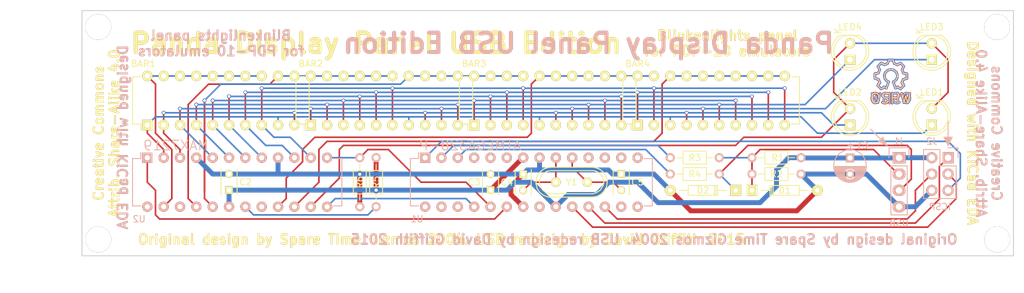
<source format=kicad_pcb>
(kicad_pcb (version 4) (host pcbnew "(2015-11-24 BZR 6329, Git e511afd)-product")

  (general
    (links 0)
    (no_connects 0)
    (area 55.804999 86.284999 200.735001 124.535001)
    (thickness 1.6)
    (drawings 26)
    (tracks 370)
    (zones 0)
    (modules 34)
    (nets 47)
  )

  (page USLetter)
  (title_block
    (title "Panda Display USB")
    (date 2015-11-18)
  )

  (layers
    (0 F.Cu signal)
    (31 B.Cu signal)
    (32 B.Adhes user)
    (33 F.Adhes user)
    (34 B.Paste user)
    (35 F.Paste user)
    (36 B.SilkS user)
    (37 F.SilkS user)
    (38 B.Mask user)
    (39 F.Mask user)
    (40 Dwgs.User user)
    (41 Cmts.User user)
    (42 Eco1.User user)
    (43 Eco2.User user)
    (44 Edge.Cuts user)
    (45 Margin user)
    (46 B.CrtYd user)
    (47 F.CrtYd user)
    (48 B.Fab user)
    (49 F.Fab user)
  )

  (setup
    (last_trace_width 0.25)
    (user_trace_width 0.5)
    (user_trace_width 0.762)
    (trace_clearance 0.2)
    (zone_clearance 0.508)
    (zone_45_only no)
    (trace_min 0.2)
    (segment_width 0.2)
    (edge_width 0.15)
    (via_size 0.6)
    (via_drill 0.4)
    (via_min_size 0.015)
    (via_min_drill 0.01)
    (user_via 0.255 0.127)
    (user_via 0.762 0.5)
    (uvia_size 0.3)
    (uvia_drill 0.1)
    (uvias_allowed no)
    (uvia_min_size 0.2)
    (uvia_min_drill 0.1)
    (pcb_text_width 0.3)
    (pcb_text_size 1.5 1.5)
    (mod_edge_width 0.15)
    (mod_text_size 1 1)
    (mod_text_width 0.15)
    (pad_size 1.6 1.6)
    (pad_drill 0.8)
    (pad_to_mask_clearance 0.2)
    (aux_axis_origin 0 0)
    (grid_origin 58.42 121.92)
    (visible_elements FFFFFF7F)
    (pcbplotparams
      (layerselection 0x010f0_80000001)
      (usegerberextensions true)
      (excludeedgelayer true)
      (linewidth 0.100000)
      (plotframeref false)
      (viasonmask false)
      (mode 1)
      (useauxorigin false)
      (hpglpennumber 1)
      (hpglpenspeed 20)
      (hpglpendiameter 15)
      (hpglpenoverlay 2)
      (psnegative false)
      (psa4output false)
      (plotreference true)
      (plotvalue true)
      (plotinvisibletext false)
      (padsonsilk false)
      (subtractmaskfromsilk false)
      (outputformat 1)
      (mirror false)
      (drillshape 0)
      (scaleselection 1)
      (outputdirectory gerber/))
  )

  (net 0 "")
  (net 1 COL1)
  (net 2 COL2)
  (net 3 COL3)
  (net 4 COL4)
  (net 5 COL5)
  (net 6 COL6)
  (net 7 COL7)
  (net 8 COL8)
  (net 9 ROW2)
  (net 10 ROW1)
  (net 11 ROW3)
  (net 12 ROW4)
  (net 13 ROW5)
  (net 14 VCC)
  (net 15 GND)
  (net 16 "Net-(C4-Pad2)")
  (net 17 "Net-(C5-Pad2)")
  (net 18 /MISO)
  (net 19 /SCK)
  (net 20 /MOSI)
  (net 21 /RESET)
  (net 22 ROW6)
  (net 23 "Net-(R3-Pad2)")
  (net 24 "Net-(R4-Pad2)")
  (net 25 "Net-(R5-Pad1)")
  (net 26 "Net-(U1-Pad4)")
  (net 27 "Net-(U1-Pad5)")
  (net 28 "Net-(U1-Pad6)")
  (net 29 "Net-(U1-Pad11)")
  (net 30 "Net-(U1-Pad12)")
  (net 31 "Net-(U1-Pad13)")
  (net 32 "Net-(U1-Pad14)")
  (net 33 "Net-(U1-Pad15)")
  (net 34 "Net-(U1-Pad16)")
  (net 35 "Net-(U1-Pad21)")
  (net 36 "Net-(U1-Pad26)")
  (net 37 "Net-(U1-Pad27)")
  (net 38 "Net-(U1-Pad28)")
  (net 39 "Net-(U2-Pad17)")
  (net 40 "Net-(U2-Pad22)")
  (net 41 "Net-(U2-Pad24)")
  (net 42 /LOAD)
  (net 43 /DIN)
  (net 44 /CLK)
  (net 45 /D-)
  (net 46 /D+)

  (net_class Default "This is the default net class."
    (clearance 0.2)
    (trace_width 0.25)
    (via_dia 0.6)
    (via_drill 0.4)
    (uvia_dia 0.3)
    (uvia_drill 0.1)
    (add_net /CLK)
    (add_net /D+)
    (add_net /D-)
    (add_net /DIN)
    (add_net /LOAD)
    (add_net /MISO)
    (add_net /MOSI)
    (add_net /RESET)
    (add_net /SCK)
    (add_net COL1)
    (add_net COL2)
    (add_net COL3)
    (add_net COL4)
    (add_net COL5)
    (add_net COL6)
    (add_net COL7)
    (add_net COL8)
    (add_net GND)
    (add_net "Net-(C4-Pad2)")
    (add_net "Net-(C5-Pad2)")
    (add_net "Net-(R3-Pad2)")
    (add_net "Net-(R4-Pad2)")
    (add_net "Net-(R5-Pad1)")
    (add_net "Net-(U1-Pad11)")
    (add_net "Net-(U1-Pad12)")
    (add_net "Net-(U1-Pad13)")
    (add_net "Net-(U1-Pad14)")
    (add_net "Net-(U1-Pad15)")
    (add_net "Net-(U1-Pad16)")
    (add_net "Net-(U1-Pad21)")
    (add_net "Net-(U1-Pad26)")
    (add_net "Net-(U1-Pad27)")
    (add_net "Net-(U1-Pad28)")
    (add_net "Net-(U1-Pad4)")
    (add_net "Net-(U1-Pad5)")
    (add_net "Net-(U1-Pad6)")
    (add_net "Net-(U2-Pad17)")
    (add_net "Net-(U2-Pad22)")
    (add_net "Net-(U2-Pad24)")
    (add_net ROW1)
    (add_net ROW2)
    (add_net ROW3)
    (add_net ROW4)
    (add_net ROW5)
    (add_net ROW6)
    (add_net VCC)
  )

  (module Symbols:Symbol_OSHW-Logo_CopperTop (layer B.Cu) (tedit 566291BB) (tstamp 5662949F)
    (at 181.61 96.52 180)
    (descr "Symbol, OSHW-Logo, Copper Top,")
    (tags "Symbol, OSHW-Logo, Copper Top,")
    (fp_text reference REF** (at 0.09906 4.38912 180) (layer B.SilkS) hide
      (effects (font (size 1 1) (thickness 0.15)) (justify mirror))
    )
    (fp_text value Symbol_OSHW-Logo_CopperTop (at 0.30988 -6.56082 180) (layer B.Fab) hide
      (effects (font (size 1 1) (thickness 0.15)) (justify mirror))
    )
    (fp_line (start 1.66878 -2.68986) (end 2.02946 -4.16052) (layer B.Cu) (width 0.381))
    (fp_line (start 2.02946 -4.16052) (end 2.30886 -3.0988) (layer B.Cu) (width 0.381))
    (fp_line (start 2.30886 -3.0988) (end 2.61874 -4.17068) (layer B.Cu) (width 0.381))
    (fp_line (start 2.61874 -4.17068) (end 2.9591 -2.72034) (layer B.Cu) (width 0.381))
    (fp_line (start 0.24892 -3.38074) (end 1.03886 -3.37058) (layer B.Cu) (width 0.381))
    (fp_line (start 1.03886 -3.37058) (end 1.04902 -3.38074) (layer B.Cu) (width 0.381))
    (fp_line (start 1.04902 -3.38074) (end 1.04902 -3.37058) (layer B.Cu) (width 0.381))
    (fp_line (start 1.08966 -2.65938) (end 1.08966 -4.20116) (layer B.Cu) (width 0.381))
    (fp_line (start 0.20066 -2.64922) (end 0.20066 -4.21894) (layer B.Cu) (width 0.381))
    (fp_line (start 0.20066 -4.21894) (end 0.21082 -4.20878) (layer B.Cu) (width 0.381))
    (fp_line (start -0.35052 -2.75082) (end -0.70104 -2.66954) (layer B.Cu) (width 0.381))
    (fp_line (start -0.70104 -2.66954) (end -1.02108 -2.65938) (layer B.Cu) (width 0.381))
    (fp_line (start -1.02108 -2.65938) (end -1.25984 -2.86004) (layer B.Cu) (width 0.381))
    (fp_line (start -1.25984 -2.86004) (end -1.29032 -3.12928) (layer B.Cu) (width 0.381))
    (fp_line (start -1.29032 -3.12928) (end -1.04902 -3.37058) (layer B.Cu) (width 0.381))
    (fp_line (start -1.04902 -3.37058) (end -0.6604 -3.50012) (layer B.Cu) (width 0.381))
    (fp_line (start -0.6604 -3.50012) (end -0.48006 -3.66014) (layer B.Cu) (width 0.381))
    (fp_line (start -0.48006 -3.66014) (end -0.43942 -3.95986) (layer B.Cu) (width 0.381))
    (fp_line (start -0.43942 -3.95986) (end -0.67056 -4.18084) (layer B.Cu) (width 0.381))
    (fp_line (start -0.67056 -4.18084) (end -0.9906 -4.20878) (layer B.Cu) (width 0.381))
    (fp_line (start -0.9906 -4.20878) (end -1.34112 -4.09956) (layer B.Cu) (width 0.381))
    (fp_line (start -2.37998 -2.64922) (end -2.6289 -2.66954) (layer B.Cu) (width 0.381))
    (fp_line (start -2.6289 -2.66954) (end -2.8702 -2.91084) (layer B.Cu) (width 0.381))
    (fp_line (start -2.8702 -2.91084) (end -2.9591 -3.40106) (layer B.Cu) (width 0.381))
    (fp_line (start -2.9591 -3.40106) (end -2.93116 -3.74904) (layer B.Cu) (width 0.381))
    (fp_line (start -2.93116 -3.74904) (end -2.7305 -4.06908) (layer B.Cu) (width 0.381))
    (fp_line (start -2.7305 -4.06908) (end -2.47904 -4.191) (layer B.Cu) (width 0.381))
    (fp_line (start -2.47904 -4.191) (end -2.16916 -4.11988) (layer B.Cu) (width 0.381))
    (fp_line (start -2.16916 -4.11988) (end -1.95072 -3.93954) (layer B.Cu) (width 0.381))
    (fp_line (start -1.95072 -3.93954) (end -1.8796 -3.4798) (layer B.Cu) (width 0.381))
    (fp_line (start -1.8796 -3.4798) (end -1.9304 -3.07086) (layer B.Cu) (width 0.381))
    (fp_line (start -1.9304 -3.07086) (end -2.03962 -2.78892) (layer B.Cu) (width 0.381))
    (fp_line (start -2.03962 -2.78892) (end -2.4003 -2.65938) (layer B.Cu) (width 0.381))
    (fp_line (start -1.78054 -0.92964) (end -2.03962 -1.49098) (layer B.Cu) (width 0.381))
    (fp_line (start -2.03962 -1.49098) (end -1.50114 -2.00914) (layer B.Cu) (width 0.381))
    (fp_line (start -1.50114 -2.00914) (end -0.98044 -1.7399) (layer B.Cu) (width 0.381))
    (fp_line (start -0.98044 -1.7399) (end -0.70104 -1.89992) (layer B.Cu) (width 0.381))
    (fp_line (start 0.73914 -1.8796) (end 1.06934 -1.6891) (layer B.Cu) (width 0.381))
    (fp_line (start 1.06934 -1.6891) (end 1.50876 -2.0193) (layer B.Cu) (width 0.381))
    (fp_line (start 1.50876 -2.0193) (end 1.9812 -1.52908) (layer B.Cu) (width 0.381))
    (fp_line (start 1.9812 -1.52908) (end 1.69926 -1.04902) (layer B.Cu) (width 0.381))
    (fp_line (start 1.69926 -1.04902) (end 1.88976 -0.57912) (layer B.Cu) (width 0.381))
    (fp_line (start 1.88976 -0.57912) (end 2.49936 -0.39116) (layer B.Cu) (width 0.381))
    (fp_line (start 2.49936 -0.39116) (end 2.49936 0.28956) (layer B.Cu) (width 0.381))
    (fp_line (start 2.49936 0.28956) (end 1.94056 0.42926) (layer B.Cu) (width 0.381))
    (fp_line (start 1.94056 0.42926) (end 1.7399 1.00076) (layer B.Cu) (width 0.381))
    (fp_line (start 1.7399 1.00076) (end 2.00914 1.47066) (layer B.Cu) (width 0.381))
    (fp_line (start 2.00914 1.47066) (end 1.53924 1.9812) (layer B.Cu) (width 0.381))
    (fp_line (start 1.53924 1.9812) (end 1.02108 1.71958) (layer B.Cu) (width 0.381))
    (fp_line (start 1.02108 1.71958) (end 0.55118 1.92024) (layer B.Cu) (width 0.381))
    (fp_line (start 0.55118 1.92024) (end 0.381 2.46126) (layer B.Cu) (width 0.381))
    (fp_line (start 0.381 2.46126) (end -0.30988 2.47904) (layer B.Cu) (width 0.381))
    (fp_line (start -0.30988 2.47904) (end -0.5207 1.9304) (layer B.Cu) (width 0.381))
    (fp_line (start -0.5207 1.9304) (end -0.9398 1.76022) (layer B.Cu) (width 0.381))
    (fp_line (start -0.9398 1.76022) (end -1.49098 2.02946) (layer B.Cu) (width 0.381))
    (fp_line (start -1.49098 2.02946) (end -2.00914 1.50114) (layer B.Cu) (width 0.381))
    (fp_line (start -2.00914 1.50114) (end -1.76022 0.96012) (layer B.Cu) (width 0.381))
    (fp_line (start -1.76022 0.96012) (end -1.9304 0.48006) (layer B.Cu) (width 0.381))
    (fp_line (start -1.9304 0.48006) (end -2.47904 0.381) (layer B.Cu) (width 0.381))
    (fp_line (start -2.47904 0.381) (end -2.4892 -0.32004) (layer B.Cu) (width 0.381))
    (fp_line (start -2.4892 -0.32004) (end -1.9304 -0.5207) (layer B.Cu) (width 0.381))
    (fp_line (start -1.9304 -0.5207) (end -1.7907 -0.91948) (layer B.Cu) (width 0.381))
    (fp_line (start 0.35052 -0.89916) (end 0.65024 -0.7493) (layer B.Cu) (width 0.381))
    (fp_line (start 0.65024 -0.7493) (end 0.8509 -0.55118) (layer B.Cu) (width 0.381))
    (fp_line (start 0.8509 -0.55118) (end 1.00076 -0.14986) (layer B.Cu) (width 0.381))
    (fp_line (start 1.00076 -0.14986) (end 1.00076 0.24892) (layer B.Cu) (width 0.381))
    (fp_line (start 1.00076 0.24892) (end 0.8509 0.59944) (layer B.Cu) (width 0.381))
    (fp_line (start 0.8509 0.59944) (end 0.39878 0.94996) (layer B.Cu) (width 0.381))
    (fp_line (start 0.39878 0.94996) (end -0.0508 1.00076) (layer B.Cu) (width 0.381))
    (fp_line (start -0.0508 1.00076) (end -0.44958 0.89916) (layer B.Cu) (width 0.381))
    (fp_line (start -0.44958 0.89916) (end -0.8509 0.55118) (layer B.Cu) (width 0.381))
    (fp_line (start -0.8509 0.55118) (end -1.00076 0.09906) (layer B.Cu) (width 0.381))
    (fp_line (start -1.00076 0.09906) (end -0.94996 -0.39878) (layer B.Cu) (width 0.381))
    (fp_line (start -0.94996 -0.39878) (end -0.70104 -0.70104) (layer B.Cu) (width 0.381))
    (fp_line (start -0.70104 -0.70104) (end -0.35052 -0.89916) (layer B.Cu) (width 0.381))
    (fp_line (start -0.35052 -0.89916) (end -0.70104 -1.89992) (layer B.Cu) (width 0.381))
    (fp_line (start 0.35052 -0.89916) (end 0.7493 -1.89992) (layer B.Cu) (width 0.381))
  )

  (module Pin_Headers:Pin_Header_Straight_1x04 (layer B.Cu) (tedit 56628BAC) (tstamp 564CF2E3)
    (at 182.88 109.22 180)
    (descr "Through hole pin header")
    (tags "pin header")
    (path /564A9ED0)
    (fp_text reference J1 (at 0 2.54 180) (layer B.SilkS)
      (effects (font (size 1 1) (thickness 0.15)) (justify mirror))
    )
    (fp_text value USB (at 0 -10.16 180) (layer B.SilkS)
      (effects (font (size 1 1) (thickness 0.15)) (justify mirror))
    )
    (fp_line (start 2.667 3.048) (end 2.413 2.794) (layer B.SilkS) (width 0.15))
    (fp_line (start 3.048 2.667) (end 2.794 2.413) (layer B.SilkS) (width 0.15))
    (fp_line (start 2.54 2.286) (end 2.921 2.667) (layer B.SilkS) (width 0.15))
    (fp_line (start 2.286 2.54) (end 2.667 2.921) (layer B.SilkS) (width 0.15))
    (fp_line (start 3.048 2.54) (end 2.54 3.048) (layer B.SilkS) (width 0.15))
    (fp_line (start 2.921 2.794) (end 2.286 2.159) (layer B.SilkS) (width 0.15))
    (fp_line (start 2.794 2.921) (end 2.159 2.286) (layer B.SilkS) (width 0.15))
    (fp_line (start 2.54 3.175) (end 1.905 1.905) (layer B.SilkS) (width 0.15))
    (fp_line (start 3.175 2.54) (end 2.54 3.175) (layer B.SilkS) (width 0.15))
    (fp_line (start 1.905 1.905) (end 3.175 2.54) (layer B.SilkS) (width 0.15))
    (fp_line (start 1.905 1.905) (end 4.445 4.445) (layer B.SilkS) (width 0.15))
    (fp_line (start -1.75 1.75) (end -1.75 -9.4) (layer B.CrtYd) (width 0.05))
    (fp_line (start 1.75 1.75) (end 1.75 -9.4) (layer B.CrtYd) (width 0.05))
    (fp_line (start -1.75 1.75) (end 1.75 1.75) (layer B.CrtYd) (width 0.05))
    (fp_line (start -1.75 -9.4) (end 1.75 -9.4) (layer B.CrtYd) (width 0.05))
    (fp_line (start -1.27 -1.27) (end -1.27 -8.89) (layer B.SilkS) (width 0.15))
    (fp_line (start 1.27 -1.27) (end 1.27 -8.89) (layer B.SilkS) (width 0.15))
    (fp_line (start 1.55 1.55) (end 1.55 0) (layer B.SilkS) (width 0.15))
    (fp_line (start -1.27 -8.89) (end 1.27 -8.89) (layer B.SilkS) (width 0.15))
    (fp_line (start 1.27 -1.27) (end -1.27 -1.27) (layer B.SilkS) (width 0.15))
    (fp_line (start -1.55 0) (end -1.55 1.55) (layer B.SilkS) (width 0.15))
    (fp_line (start -1.55 1.55) (end 1.55 1.55) (layer B.SilkS) (width 0.15))
    (pad 1 thru_hole rect (at 0 0 180) (size 2.032 1.7272) (drill 1.016) (layers *.Cu *.Mask B.SilkS)
      (net 14 VCC))
    (pad 2 thru_hole oval (at 0 -2.54 180) (size 2.032 1.7272) (drill 1.016) (layers *.Cu *.Mask B.SilkS)
      (net 45 /D-))
    (pad 3 thru_hole oval (at 0 -5.08 180) (size 2.032 1.7272) (drill 1.016) (layers *.Cu *.Mask B.SilkS)
      (net 46 /D+))
    (pad 4 thru_hole oval (at 0 -7.62 180) (size 2.032 1.7272) (drill 1.016) (layers *.Cu *.Mask B.SilkS)
      (net 15 GND))
    (model Pin_Headers.3dshapes/Pin_Header_Straight_1x04.wrl
      (at (xyz 0 -0.15 0))
      (scale (xyz 1 1 1))
      (rotate (xyz 0 0 90))
    )
  )

  (module Pin_Headers:Pin_Header_Straight_2x03 (layer B.Cu) (tedit 56628C22) (tstamp 564CF2ED)
    (at 190.5 109.22 180)
    (descr "Through hole pin header")
    (tags "pin header")
    (path /564BFAB6)
    (fp_text reference J2 (at 2.54 2.54 180) (layer B.SilkS)
      (effects (font (size 1 1) (thickness 0.15)) (justify mirror))
    )
    (fp_text value ICSP (at 1.27 -7.62 180) (layer B.SilkS)
      (effects (font (size 1 1) (thickness 0.15)) (justify mirror))
    )
    (fp_line (start 0.127 3.048) (end -0.127 3.048) (layer B.SilkS) (width 0.15))
    (fp_line (start 0 2.667) (end 0.254 3.175) (layer B.SilkS) (width 0.15))
    (fp_line (start -0.254 3.175) (end 0 2.667) (layer B.SilkS) (width 0.15))
    (fp_line (start 0 2.413) (end 0.381 3.175) (layer B.SilkS) (width 0.15))
    (fp_line (start -0.381 3.175) (end 0 2.413) (layer B.SilkS) (width 0.15))
    (fp_line (start 0.508 3.175) (end 0 2.159) (layer B.SilkS) (width 0.15))
    (fp_line (start -0.508 3.175) (end 0 2.159) (layer B.SilkS) (width 0.15))
    (fp_line (start -0.635 3.175) (end 0 1.905) (layer B.SilkS) (width 0.15))
    (fp_line (start 0.635 3.175) (end -0.635 3.175) (layer B.SilkS) (width 0.15))
    (fp_line (start 0 1.905) (end 0.635 3.175) (layer B.SilkS) (width 0.15))
    (fp_line (start 0 1.905) (end 0 5.715) (layer B.SilkS) (width 0.15))
    (fp_line (start -1.27 -1.27) (end -1.27 -6.35) (layer B.SilkS) (width 0.15))
    (fp_line (start -1.55 1.55) (end 0 1.55) (layer B.SilkS) (width 0.15))
    (fp_line (start -1.75 1.75) (end -1.75 -6.85) (layer B.CrtYd) (width 0.05))
    (fp_line (start 4.3 1.75) (end 4.3 -6.85) (layer B.CrtYd) (width 0.05))
    (fp_line (start -1.75 1.75) (end 4.3 1.75) (layer B.CrtYd) (width 0.05))
    (fp_line (start -1.75 -6.85) (end 4.3 -6.85) (layer B.CrtYd) (width 0.05))
    (fp_line (start 1.27 1.27) (end 1.27 -1.27) (layer B.SilkS) (width 0.15))
    (fp_line (start 1.27 -1.27) (end -1.27 -1.27) (layer B.SilkS) (width 0.15))
    (fp_line (start -1.27 -6.35) (end 3.81 -6.35) (layer B.SilkS) (width 0.15))
    (fp_line (start 3.81 -6.35) (end 3.81 -1.27) (layer B.SilkS) (width 0.15))
    (fp_line (start -1.55 1.55) (end -1.55 0) (layer B.SilkS) (width 0.15))
    (fp_line (start 3.81 1.27) (end 1.27 1.27) (layer B.SilkS) (width 0.15))
    (fp_line (start 3.81 -1.27) (end 3.81 1.27) (layer B.SilkS) (width 0.15))
    (pad 1 thru_hole rect (at 0 0 180) (size 1.7272 1.7272) (drill 1.016) (layers *.Cu *.Mask B.SilkS)
      (net 18 /MISO))
    (pad 2 thru_hole oval (at 2.54 0 180) (size 1.7272 1.7272) (drill 1.016) (layers *.Cu *.Mask B.SilkS)
      (net 14 VCC))
    (pad 3 thru_hole oval (at 0 -2.54 180) (size 1.7272 1.7272) (drill 1.016) (layers *.Cu *.Mask B.SilkS)
      (net 19 /SCK))
    (pad 4 thru_hole oval (at 2.54 -2.54 180) (size 1.7272 1.7272) (drill 1.016) (layers *.Cu *.Mask B.SilkS)
      (net 20 /MOSI))
    (pad 5 thru_hole oval (at 0 -5.08 180) (size 1.7272 1.7272) (drill 1.016) (layers *.Cu *.Mask B.SilkS)
      (net 21 /RESET))
    (pad 6 thru_hole oval (at 2.54 -5.08 180) (size 1.7272 1.7272) (drill 1.016) (layers *.Cu *.Mask B.SilkS)
      (net 15 GND))
    (model Pin_Headers.3dshapes/Pin_Header_Straight_2x03.wrl
      (at (xyz 0.05 -0.1 0))
      (scale (xyz 1 1 1))
      (rotate (xyz 0 0 90))
    )
  )

  (module Capacitors_ThroughHole:C_Radial_D5_L6_P2.5 (layer B.Cu) (tedit 56628A92) (tstamp 564CF2B7)
    (at 175.26 109.26 270)
    (descr "Radial Electrolytic Capacitor Diameter 5mm x Length 6mm, Pitch 2.5mm")
    (tags "Electrolytic Capacitor")
    (path /56510C65)
    (fp_text reference C1 (at -1.945 -1.905 540) (layer B.SilkS)
      (effects (font (size 1 1) (thickness 0.15)) (justify mirror))
    )
    (fp_text value 10uF (at 5.04 0 540) (layer B.Fab)
      (effects (font (size 1 1) (thickness 0.15)) (justify mirror))
    )
    (fp_text user + (at -1.905 0 270) (layer B.SilkS)
      (effects (font (size 1 1) (thickness 0.15)) (justify mirror))
    )
    (fp_line (start 1.325 2.499) (end 1.325 -2.499) (layer B.SilkS) (width 0.15))
    (fp_line (start 1.465 2.491) (end 1.465 -2.491) (layer B.SilkS) (width 0.15))
    (fp_line (start 1.605 2.475) (end 1.605 0.095) (layer B.SilkS) (width 0.15))
    (fp_line (start 1.605 -0.095) (end 1.605 -2.475) (layer B.SilkS) (width 0.15))
    (fp_line (start 1.745 2.451) (end 1.745 0.49) (layer B.SilkS) (width 0.15))
    (fp_line (start 1.745 -0.49) (end 1.745 -2.451) (layer B.SilkS) (width 0.15))
    (fp_line (start 1.885 2.418) (end 1.885 0.657) (layer B.SilkS) (width 0.15))
    (fp_line (start 1.885 -0.657) (end 1.885 -2.418) (layer B.SilkS) (width 0.15))
    (fp_line (start 2.025 2.377) (end 2.025 0.764) (layer B.SilkS) (width 0.15))
    (fp_line (start 2.025 -0.764) (end 2.025 -2.377) (layer B.SilkS) (width 0.15))
    (fp_line (start 2.165 2.327) (end 2.165 0.835) (layer B.SilkS) (width 0.15))
    (fp_line (start 2.165 -0.835) (end 2.165 -2.327) (layer B.SilkS) (width 0.15))
    (fp_line (start 2.305 2.266) (end 2.305 0.879) (layer B.SilkS) (width 0.15))
    (fp_line (start 2.305 -0.879) (end 2.305 -2.266) (layer B.SilkS) (width 0.15))
    (fp_line (start 2.445 2.196) (end 2.445 0.898) (layer B.SilkS) (width 0.15))
    (fp_line (start 2.445 -0.898) (end 2.445 -2.196) (layer B.SilkS) (width 0.15))
    (fp_line (start 2.585 2.114) (end 2.585 0.896) (layer B.SilkS) (width 0.15))
    (fp_line (start 2.585 -0.896) (end 2.585 -2.114) (layer B.SilkS) (width 0.15))
    (fp_line (start 2.725 2.019) (end 2.725 0.871) (layer B.SilkS) (width 0.15))
    (fp_line (start 2.725 -0.871) (end 2.725 -2.019) (layer B.SilkS) (width 0.15))
    (fp_line (start 2.865 1.908) (end 2.865 0.823) (layer B.SilkS) (width 0.15))
    (fp_line (start 2.865 -0.823) (end 2.865 -1.908) (layer B.SilkS) (width 0.15))
    (fp_line (start 3.005 1.78) (end 3.005 0.745) (layer B.SilkS) (width 0.15))
    (fp_line (start 3.005 -0.745) (end 3.005 -1.78) (layer B.SilkS) (width 0.15))
    (fp_line (start 3.145 1.631) (end 3.145 0.628) (layer B.SilkS) (width 0.15))
    (fp_line (start 3.145 -0.628) (end 3.145 -1.631) (layer B.SilkS) (width 0.15))
    (fp_line (start 3.285 1.452) (end 3.285 0.44) (layer B.SilkS) (width 0.15))
    (fp_line (start 3.285 -0.44) (end 3.285 -1.452) (layer B.SilkS) (width 0.15))
    (fp_line (start 3.425 1.233) (end 3.425 -1.233) (layer B.SilkS) (width 0.15))
    (fp_line (start 3.565 0.944) (end 3.565 -0.944) (layer B.SilkS) (width 0.15))
    (fp_line (start 3.705 0.472) (end 3.705 -0.472) (layer B.SilkS) (width 0.15))
    (fp_circle (center 2.5 0) (end 2.5 0.9) (layer B.SilkS) (width 0.15))
    (fp_circle (center 1.25 0) (end 1.25 2.5375) (layer B.SilkS) (width 0.15))
    (fp_circle (center 1.25 0) (end 1.25 2.8) (layer B.CrtYd) (width 0.05))
    (pad 1 thru_hole rect (at 0 0 270) (size 1.3 1.3) (drill 0.8) (layers *.Cu *.Mask B.SilkS)
      (net 14 VCC))
    (pad 2 thru_hole circle (at 2.5 0 270) (size 1.3 1.3) (drill 0.8) (layers *.Cu *.Mask B.SilkS)
      (net 15 GND))
    (model Capacitors_ThroughHole.3dshapes/C_Radial_D5_L6_P2.5.wrl
      (at (xyz 0.0492126 0 0))
      (scale (xyz 1 1 1))
      (rotate (xyz 0 0 90))
    )
  )

  (module Housings_DIP:DIP-24_W7.62mm (layer B.Cu) (tedit 5662899F) (tstamp 564D0522)
    (at 66.04 109.22 270)
    (descr "24-lead dip package, row spacing 7.62 mm (300 mils)")
    (tags "dil dip 2.54 300")
    (path /5646D0D1)
    (fp_text reference U2 (at 9.525 1.27 540) (layer B.SilkS)
      (effects (font (size 1 1) (thickness 0.15)) (justify mirror))
    )
    (fp_text value MAX7219 (at -1.905 -4.445 360) (layer B.SilkS)
      (effects (font (size 1.5 1.5) (thickness 0.15)) (justify mirror))
    )
    (fp_line (start -1.05 2.45) (end -1.05 -30.4) (layer B.CrtYd) (width 0.05))
    (fp_line (start 8.65 2.45) (end 8.65 -30.4) (layer B.CrtYd) (width 0.05))
    (fp_line (start -1.05 2.45) (end 8.65 2.45) (layer B.CrtYd) (width 0.05))
    (fp_line (start -1.05 -30.4) (end 8.65 -30.4) (layer B.CrtYd) (width 0.05))
    (fp_line (start 0.135 2.295) (end 0.135 1.025) (layer B.SilkS) (width 0.15))
    (fp_line (start 7.485 2.295) (end 7.485 1.025) (layer B.SilkS) (width 0.15))
    (fp_line (start 7.485 -30.235) (end 7.485 -28.965) (layer B.SilkS) (width 0.15))
    (fp_line (start 0.135 -30.235) (end 0.135 -28.965) (layer B.SilkS) (width 0.15))
    (fp_line (start 0.135 2.295) (end 7.485 2.295) (layer B.SilkS) (width 0.15))
    (fp_line (start 0.135 -30.235) (end 7.485 -30.235) (layer B.SilkS) (width 0.15))
    (fp_line (start 0.135 1.025) (end -0.8 1.025) (layer B.SilkS) (width 0.15))
    (pad 1 thru_hole rect (at 0 0 270) (size 1.6 1.6) (drill 0.8) (layers *.Cu *.Mask B.SilkS)
      (net 43 /DIN))
    (pad 2 thru_hole oval (at 0 -2.54 270) (size 1.6 1.6) (drill 0.8) (layers *.Cu *.Mask B.SilkS)
      (net 1 COL1))
    (pad 3 thru_hole oval (at 0 -5.08 270) (size 1.6 1.6) (drill 0.8) (layers *.Cu *.Mask B.SilkS)
      (net 2 COL2))
    (pad 4 thru_hole oval (at 0 -7.62 270) (size 1.6 1.6) (drill 0.8) (layers *.Cu *.Mask B.SilkS)
      (net 15 GND))
    (pad 5 thru_hole oval (at 0 -10.16 270) (size 1.6 1.6) (drill 0.8) (layers *.Cu *.Mask B.SilkS)
      (net 3 COL3))
    (pad 6 thru_hole oval (at 0 -12.7 270) (size 1.6 1.6) (drill 0.8) (layers *.Cu *.Mask B.SilkS)
      (net 4 COL4))
    (pad 7 thru_hole oval (at 0 -15.24 270) (size 1.6 1.6) (drill 0.8) (layers *.Cu *.Mask B.SilkS)
      (net 5 COL5))
    (pad 8 thru_hole oval (at 0 -17.78 270) (size 1.6 1.6) (drill 0.8) (layers *.Cu *.Mask B.SilkS)
      (net 6 COL6))
    (pad 9 thru_hole oval (at 0 -20.32 270) (size 1.6 1.6) (drill 0.8) (layers *.Cu *.Mask B.SilkS)
      (net 15 GND))
    (pad 10 thru_hole oval (at 0 -22.86 270) (size 1.6 1.6) (drill 0.8) (layers *.Cu *.Mask B.SilkS)
      (net 7 COL7))
    (pad 11 thru_hole oval (at 0 -25.4 270) (size 1.6 1.6) (drill 0.8) (layers *.Cu *.Mask B.SilkS)
      (net 8 COL8))
    (pad 12 thru_hole oval (at 0 -27.94 270) (size 1.6 1.6) (drill 0.8) (layers *.Cu *.Mask B.SilkS)
      (net 42 /LOAD))
    (pad 13 thru_hole oval (at 7.62 -27.94 270) (size 1.6 1.6) (drill 0.8) (layers *.Cu *.Mask B.SilkS)
      (net 44 /CLK))
    (pad 14 thru_hole oval (at 7.62 -25.4 270) (size 1.6 1.6) (drill 0.8) (layers *.Cu *.Mask B.SilkS)
      (net 22 ROW6))
    (pad 15 thru_hole oval (at 7.62 -22.86 270) (size 1.6 1.6) (drill 0.8) (layers *.Cu *.Mask B.SilkS)
      (net 13 ROW5))
    (pad 16 thru_hole oval (at 7.62 -20.32 270) (size 1.6 1.6) (drill 0.8) (layers *.Cu *.Mask B.SilkS)
      (net 12 ROW4))
    (pad 17 thru_hole oval (at 7.62 -17.78 270) (size 1.6 1.6) (drill 0.8) (layers *.Cu *.Mask B.SilkS)
      (net 39 "Net-(U2-Pad17)"))
    (pad 18 thru_hole oval (at 7.62 -15.24 270) (size 1.6 1.6) (drill 0.8) (layers *.Cu *.Mask B.SilkS)
      (net 25 "Net-(R5-Pad1)"))
    (pad 19 thru_hole oval (at 7.62 -12.7 270) (size 1.6 1.6) (drill 0.8) (layers *.Cu *.Mask B.SilkS)
      (net 14 VCC))
    (pad 20 thru_hole oval (at 7.62 -10.16 270) (size 1.6 1.6) (drill 0.8) (layers *.Cu *.Mask B.SilkS)
      (net 11 ROW3))
    (pad 21 thru_hole oval (at 7.62 -7.62 270) (size 1.6 1.6) (drill 0.8) (layers *.Cu *.Mask B.SilkS)
      (net 9 ROW2))
    (pad 22 thru_hole oval (at 7.62 -5.08 270) (size 1.6 1.6) (drill 0.8) (layers *.Cu *.Mask B.SilkS)
      (net 40 "Net-(U2-Pad22)"))
    (pad 23 thru_hole oval (at 7.62 -2.54 270) (size 1.6 1.6) (drill 0.8) (layers *.Cu *.Mask B.SilkS)
      (net 10 ROW1))
    (pad 24 thru_hole oval (at 7.62 0 270) (size 1.6 1.6) (drill 0.8) (layers *.Cu *.Mask B.SilkS)
      (net 41 "Net-(U2-Pad24)"))
    (model Housings_DIP.3dshapes/DIP-24_W7.62mm.wrl
      (at (xyz 0 0 0))
      (scale (xyz 1 1 1))
      (rotate (xyz 0 0 0))
    )
  )

  (module Capacitors_ThroughHole:C_Rect_L4_W2.5_P2.5 (layer F.Cu) (tedit 564D389D) (tstamp 564CF2C9)
    (at 124.46 111.8 270)
    (descr "Film Capacitor Length 4mm x Width 2.5mm, Pitch 2.5mm")
    (tags Capacitor)
    (path /564DA8CB)
    (fp_text reference C4 (at 1.27 2.54 360) (layer F.SilkS)
      (effects (font (size 1 1) (thickness 0.15)))
    )
    (fp_text value 22pF (at 1.25 2.5 270) (layer F.Fab) hide
      (effects (font (size 1 1) (thickness 0.15)))
    )
    (fp_line (start -1 -1.5) (end 3.5 -1.5) (layer F.CrtYd) (width 0.05))
    (fp_line (start 3.5 -1.5) (end 3.5 1.5) (layer F.CrtYd) (width 0.05))
    (fp_line (start 3.5 1.5) (end -1 1.5) (layer F.CrtYd) (width 0.05))
    (fp_line (start -1 1.5) (end -1 -1.5) (layer F.CrtYd) (width 0.05))
    (fp_line (start -0.75 -1.25) (end 3.25 -1.25) (layer F.SilkS) (width 0.15))
    (fp_line (start -0.75 1.25) (end 3.25 1.25) (layer F.SilkS) (width 0.15))
    (pad 1 thru_hole rect (at 0 0 270) (size 1.2 1.2) (drill 0.7) (layers *.Cu *.Mask F.SilkS)
      (net 15 GND))
    (pad 2 thru_hole circle (at 2.5 0 270) (size 1.2 1.2) (drill 0.7) (layers *.Cu *.Mask F.SilkS)
      (net 16 "Net-(C4-Pad2)"))
    (model Capacitors_ThroughHole.3dshapes/C_Disc_D3_P2.5.wrl
      (at (xyz 0.05 0 0))
      (scale (xyz 1 1 1))
      (rotate (xyz 0 0 0))
    )
  )

  (module Diodes_ThroughHole:Diode_DO-35_SOD27_Horizontal_RM10 (layer F.Cu) (tedit 564D1E3C) (tstamp 564CF2DB)
    (at 157.48052 114.29746 180)
    (descr "Diode, DO-35,  SOD27, Horizontal, RM 10mm")
    (tags "Diode, DO-35, SOD27, Horizontal, RM 10mm, 1N4148,")
    (path /564ABD9A)
    (fp_text reference D2 (at 5.08052 -0.00254 180) (layer F.SilkS)
      (effects (font (size 1 1) (thickness 0.15)))
    )
    (fp_text value 1N747 (at 5.08052 -1.27254 180) (layer F.Fab) hide
      (effects (font (size 1 1) (thickness 0.15)))
    )
    (fp_line (start 7.36652 -0.00254) (end 8.76352 -0.00254) (layer F.SilkS) (width 0.15))
    (fp_line (start 2.92152 -0.00254) (end 1.39752 -0.00254) (layer F.SilkS) (width 0.15))
    (fp_line (start 3.30252 -0.76454) (end 3.30252 0.75946) (layer F.SilkS) (width 0.15))
    (fp_line (start 3.04852 -0.76454) (end 3.04852 0.75946) (layer F.SilkS) (width 0.15))
    (fp_line (start 2.79452 -0.00254) (end 2.79452 0.75946) (layer F.SilkS) (width 0.15))
    (fp_line (start 2.79452 0.75946) (end 7.36652 0.75946) (layer F.SilkS) (width 0.15))
    (fp_line (start 7.36652 0.75946) (end 7.36652 -0.76454) (layer F.SilkS) (width 0.15))
    (fp_line (start 7.36652 -0.76454) (end 2.79452 -0.76454) (layer F.SilkS) (width 0.15))
    (fp_line (start 2.79452 -0.76454) (end 2.79452 -0.00254) (layer F.SilkS) (width 0.15))
    (pad 2 thru_hole circle (at 10.16052 -0.00254) (size 1.69926 1.69926) (drill 0.70104) (layers *.Cu *.Mask F.SilkS)
      (net 15 GND))
    (pad 1 thru_hole rect (at 0.00052 -0.00254) (size 1.69926 1.69926) (drill 0.70104) (layers *.Cu *.Mask F.SilkS)
      (net 46 /D+))
    (model Diodes_ThroughHole.3dshapes/Diode_DO-35_SOD27_Horizontal_RM10.wrl
      (at (xyz 0.2 0 0))
      (scale (xyz 0.4 0.4 0.4))
      (rotate (xyz 0 0 180))
    )
  )

  (module Housings_DIP:DIP-20_W7.62mm locked (layer F.Cu) (tedit 564D39F6) (tstamp 564CF269)
    (at 66.04 104.14 90)
    (descr "20-lead dip package, row spacing 7.62 mm (300 mils)")
    (tags "dil dip 2.54 300")
    (path /5646E142)
    (fp_text reference BAR1 (at 9.525 -0.635 180) (layer F.SilkS)
      (effects (font (size 1 1) (thickness 0.15)))
    )
    (fp_text value DOT-BAR (at 9.525 5.715 180) (layer F.Fab) hide
      (effects (font (size 1 1) (thickness 0.15)))
    )
    (fp_line (start -1.05 -2.45) (end -1.05 25.35) (layer F.CrtYd) (width 0.05))
    (fp_line (start 8.65 -2.45) (end 8.65 25.35) (layer F.CrtYd) (width 0.05))
    (fp_line (start -1.05 -2.45) (end 8.65 -2.45) (layer F.CrtYd) (width 0.05))
    (fp_line (start -1.05 25.35) (end 8.65 25.35) (layer F.CrtYd) (width 0.05))
    (fp_line (start 0.135 -2.295) (end 0.135 -1.025) (layer F.SilkS) (width 0.15))
    (fp_line (start 7.485 -2.295) (end 7.485 -1.025) (layer F.SilkS) (width 0.15))
    (fp_line (start 7.485 25.155) (end 7.485 23.885) (layer F.SilkS) (width 0.15))
    (fp_line (start 0.135 25.155) (end 0.135 23.885) (layer F.SilkS) (width 0.15))
    (fp_line (start 0.135 -2.295) (end 7.485 -2.295) (layer F.SilkS) (width 0.15))
    (fp_line (start 0.135 25.155) (end 7.485 25.155) (layer F.SilkS) (width 0.15))
    (fp_line (start 0.135 -1.025) (end -0.8 -1.025) (layer F.SilkS) (width 0.15))
    (pad 1 thru_hole rect (at 0 0 90) (size 1.6 1.6) (drill 0.8) (layers *.Cu *.Mask F.SilkS)
      (net 1 COL1))
    (pad 2 thru_hole oval (at 0 2.54 90) (size 1.6 1.6) (drill 0.8) (layers *.Cu *.Mask F.SilkS)
      (net 2 COL2))
    (pad 3 thru_hole oval (at 0 5.08 90) (size 1.6 1.6) (drill 0.8) (layers *.Cu *.Mask F.SilkS)
      (net 3 COL3))
    (pad 4 thru_hole oval (at 0 7.62 90) (size 1.6 1.6) (drill 0.8) (layers *.Cu *.Mask F.SilkS)
      (net 4 COL4))
    (pad 5 thru_hole oval (at 0 10.16 90) (size 1.6 1.6) (drill 0.8) (layers *.Cu *.Mask F.SilkS)
      (net 5 COL5))
    (pad 6 thru_hole oval (at 0 12.7 90) (size 1.6 1.6) (drill 0.8) (layers *.Cu *.Mask F.SilkS)
      (net 6 COL6))
    (pad 7 thru_hole oval (at 0 15.24 90) (size 1.6 1.6) (drill 0.8) (layers *.Cu *.Mask F.SilkS)
      (net 7 COL7))
    (pad 8 thru_hole oval (at 0 17.78 90) (size 1.6 1.6) (drill 0.8) (layers *.Cu *.Mask F.SilkS)
      (net 8 COL8))
    (pad 9 thru_hole oval (at 0 20.32 90) (size 1.6 1.6) (drill 0.8) (layers *.Cu *.Mask F.SilkS)
      (net 1 COL1))
    (pad 10 thru_hole oval (at 0 22.86 90) (size 1.6 1.6) (drill 0.8) (layers *.Cu *.Mask F.SilkS)
      (net 2 COL2))
    (pad 11 thru_hole oval (at 7.62 22.86 90) (size 1.6 1.6) (drill 0.8) (layers *.Cu *.Mask F.SilkS)
      (net 9 ROW2))
    (pad 12 thru_hole oval (at 7.62 20.32 90) (size 1.6 1.6) (drill 0.8) (layers *.Cu *.Mask F.SilkS)
      (net 9 ROW2))
    (pad 13 thru_hole oval (at 7.62 17.78 90) (size 1.6 1.6) (drill 0.8) (layers *.Cu *.Mask F.SilkS)
      (net 10 ROW1))
    (pad 14 thru_hole oval (at 7.62 15.24 90) (size 1.6 1.6) (drill 0.8) (layers *.Cu *.Mask F.SilkS)
      (net 10 ROW1))
    (pad 15 thru_hole oval (at 7.62 12.7 90) (size 1.6 1.6) (drill 0.8) (layers *.Cu *.Mask F.SilkS)
      (net 10 ROW1))
    (pad 16 thru_hole oval (at 7.62 10.16 90) (size 1.6 1.6) (drill 0.8) (layers *.Cu *.Mask F.SilkS)
      (net 10 ROW1))
    (pad 17 thru_hole oval (at 7.62 7.62 90) (size 1.6 1.6) (drill 0.8) (layers *.Cu *.Mask F.SilkS)
      (net 10 ROW1))
    (pad 18 thru_hole oval (at 7.62 5.08 90) (size 1.6 1.6) (drill 0.8) (layers *.Cu *.Mask F.SilkS)
      (net 10 ROW1))
    (pad 19 thru_hole oval (at 7.62 2.54 90) (size 1.6 1.6) (drill 0.8) (layers *.Cu *.Mask F.SilkS)
      (net 10 ROW1))
    (pad 20 thru_hole oval (at 7.62 0 90) (size 1.6 1.6) (drill 0.8) (layers *.Cu *.Mask F.SilkS)
      (net 10 ROW1))
    (model /home/dave/proj/boards/kicad/my3d/displayled/barraled_red.wrl
      (at (xyz 0.15 -0.45 0))
      (scale (xyz 1 1 1))
      (rotate (xyz 0 0 90))
    )
  )

  (module Housings_DIP:DIP-20_W7.62mm locked (layer F.Cu) (tedit 564D3A0C) (tstamp 564CF281)
    (at 91.44 104.14 90)
    (descr "20-lead dip package, row spacing 7.62 mm (300 mils)")
    (tags "dil dip 2.54 300")
    (path /5646FF90)
    (fp_text reference BAR2 (at 9.525 0 180) (layer F.SilkS)
      (effects (font (size 1 1) (thickness 0.15)))
    )
    (fp_text value DOT-BAR (at 9.525 6.35 180) (layer F.Fab) hide
      (effects (font (size 1 1) (thickness 0.15)))
    )
    (fp_line (start -1.05 -2.45) (end -1.05 25.35) (layer F.CrtYd) (width 0.05))
    (fp_line (start 8.65 -2.45) (end 8.65 25.35) (layer F.CrtYd) (width 0.05))
    (fp_line (start -1.05 -2.45) (end 8.65 -2.45) (layer F.CrtYd) (width 0.05))
    (fp_line (start -1.05 25.35) (end 8.65 25.35) (layer F.CrtYd) (width 0.05))
    (fp_line (start 0.135 -2.295) (end 0.135 -1.025) (layer F.SilkS) (width 0.15))
    (fp_line (start 7.485 -2.295) (end 7.485 -1.025) (layer F.SilkS) (width 0.15))
    (fp_line (start 7.485 25.155) (end 7.485 23.885) (layer F.SilkS) (width 0.15))
    (fp_line (start 0.135 25.155) (end 0.135 23.885) (layer F.SilkS) (width 0.15))
    (fp_line (start 0.135 -2.295) (end 7.485 -2.295) (layer F.SilkS) (width 0.15))
    (fp_line (start 0.135 25.155) (end 7.485 25.155) (layer F.SilkS) (width 0.15))
    (fp_line (start 0.135 -1.025) (end -0.8 -1.025) (layer F.SilkS) (width 0.15))
    (pad 1 thru_hole rect (at 0 0 90) (size 1.6 1.6) (drill 0.8) (layers *.Cu *.Mask F.SilkS)
      (net 3 COL3))
    (pad 2 thru_hole oval (at 0 2.54 90) (size 1.6 1.6) (drill 0.8) (layers *.Cu *.Mask F.SilkS)
      (net 4 COL4))
    (pad 3 thru_hole oval (at 0 5.08 90) (size 1.6 1.6) (drill 0.8) (layers *.Cu *.Mask F.SilkS)
      (net 5 COL5))
    (pad 4 thru_hole oval (at 0 7.62 90) (size 1.6 1.6) (drill 0.8) (layers *.Cu *.Mask F.SilkS)
      (net 6 COL6))
    (pad 5 thru_hole oval (at 0 10.16 90) (size 1.6 1.6) (drill 0.8) (layers *.Cu *.Mask F.SilkS)
      (net 7 COL7))
    (pad 6 thru_hole oval (at 0 12.7 90) (size 1.6 1.6) (drill 0.8) (layers *.Cu *.Mask F.SilkS)
      (net 8 COL8))
    (pad 7 thru_hole oval (at 0 15.24 90) (size 1.6 1.6) (drill 0.8) (layers *.Cu *.Mask F.SilkS)
      (net 1 COL1))
    (pad 8 thru_hole oval (at 0 17.78 90) (size 1.6 1.6) (drill 0.8) (layers *.Cu *.Mask F.SilkS)
      (net 2 COL2))
    (pad 9 thru_hole oval (at 0 20.32 90) (size 1.6 1.6) (drill 0.8) (layers *.Cu *.Mask F.SilkS)
      (net 3 COL3))
    (pad 10 thru_hole oval (at 0 22.86 90) (size 1.6 1.6) (drill 0.8) (layers *.Cu *.Mask F.SilkS)
      (net 4 COL4))
    (pad 11 thru_hole oval (at 7.62 22.86 90) (size 1.6 1.6) (drill 0.8) (layers *.Cu *.Mask F.SilkS)
      (net 11 ROW3))
    (pad 12 thru_hole oval (at 7.62 20.32 90) (size 1.6 1.6) (drill 0.8) (layers *.Cu *.Mask F.SilkS)
      (net 11 ROW3))
    (pad 13 thru_hole oval (at 7.62 17.78 90) (size 1.6 1.6) (drill 0.8) (layers *.Cu *.Mask F.SilkS)
      (net 11 ROW3))
    (pad 14 thru_hole oval (at 7.62 15.24 90) (size 1.6 1.6) (drill 0.8) (layers *.Cu *.Mask F.SilkS)
      (net 11 ROW3))
    (pad 15 thru_hole oval (at 7.62 12.7 90) (size 1.6 1.6) (drill 0.8) (layers *.Cu *.Mask F.SilkS)
      (net 9 ROW2))
    (pad 16 thru_hole oval (at 7.62 10.16 90) (size 1.6 1.6) (drill 0.8) (layers *.Cu *.Mask F.SilkS)
      (net 9 ROW2))
    (pad 17 thru_hole oval (at 7.62 7.62 90) (size 1.6 1.6) (drill 0.8) (layers *.Cu *.Mask F.SilkS)
      (net 9 ROW2))
    (pad 18 thru_hole oval (at 7.62 5.08 90) (size 1.6 1.6) (drill 0.8) (layers *.Cu *.Mask F.SilkS)
      (net 9 ROW2))
    (pad 19 thru_hole oval (at 7.62 2.54 90) (size 1.6 1.6) (drill 0.8) (layers *.Cu *.Mask F.SilkS)
      (net 9 ROW2))
    (pad 20 thru_hole oval (at 7.62 0 90) (size 1.6 1.6) (drill 0.8) (layers *.Cu *.Mask F.SilkS)
      (net 9 ROW2))
    (model /home/dave/proj/boards/kicad/my3d/displayled/barraled_red.wrl
      (at (xyz 0.15 -0.45 0))
      (scale (xyz 1 1 1))
      (rotate (xyz 0 0 90))
    )
  )

  (module Housings_DIP:DIP-20_W7.62mm locked (layer F.Cu) (tedit 564D3A1B) (tstamp 564CF299)
    (at 116.84 104.14 90)
    (descr "20-lead dip package, row spacing 7.62 mm (300 mils)")
    (tags "dil dip 2.54 300")
    (path /5647284D)
    (fp_text reference BAR3 (at 9.525 0 180) (layer F.SilkS)
      (effects (font (size 1 1) (thickness 0.15)))
    )
    (fp_text value DOT-BAR (at 9.525 6.35 180) (layer F.Fab) hide
      (effects (font (size 1 1) (thickness 0.15)))
    )
    (fp_line (start -1.05 -2.45) (end -1.05 25.35) (layer F.CrtYd) (width 0.05))
    (fp_line (start 8.65 -2.45) (end 8.65 25.35) (layer F.CrtYd) (width 0.05))
    (fp_line (start -1.05 -2.45) (end 8.65 -2.45) (layer F.CrtYd) (width 0.05))
    (fp_line (start -1.05 25.35) (end 8.65 25.35) (layer F.CrtYd) (width 0.05))
    (fp_line (start 0.135 -2.295) (end 0.135 -1.025) (layer F.SilkS) (width 0.15))
    (fp_line (start 7.485 -2.295) (end 7.485 -1.025) (layer F.SilkS) (width 0.15))
    (fp_line (start 7.485 25.155) (end 7.485 23.885) (layer F.SilkS) (width 0.15))
    (fp_line (start 0.135 25.155) (end 0.135 23.885) (layer F.SilkS) (width 0.15))
    (fp_line (start 0.135 -2.295) (end 7.485 -2.295) (layer F.SilkS) (width 0.15))
    (fp_line (start 0.135 25.155) (end 7.485 25.155) (layer F.SilkS) (width 0.15))
    (fp_line (start 0.135 -1.025) (end -0.8 -1.025) (layer F.SilkS) (width 0.15))
    (pad 1 thru_hole rect (at 0 0 90) (size 1.6 1.6) (drill 0.8) (layers *.Cu *.Mask F.SilkS)
      (net 5 COL5))
    (pad 2 thru_hole oval (at 0 2.54 90) (size 1.6 1.6) (drill 0.8) (layers *.Cu *.Mask F.SilkS)
      (net 6 COL6))
    (pad 3 thru_hole oval (at 0 5.08 90) (size 1.6 1.6) (drill 0.8) (layers *.Cu *.Mask F.SilkS)
      (net 7 COL7))
    (pad 4 thru_hole oval (at 0 7.62 90) (size 1.6 1.6) (drill 0.8) (layers *.Cu *.Mask F.SilkS)
      (net 8 COL8))
    (pad 5 thru_hole oval (at 0 10.16 90) (size 1.6 1.6) (drill 0.8) (layers *.Cu *.Mask F.SilkS)
      (net 1 COL1))
    (pad 6 thru_hole oval (at 0 12.7 90) (size 1.6 1.6) (drill 0.8) (layers *.Cu *.Mask F.SilkS)
      (net 2 COL2))
    (pad 7 thru_hole oval (at 0 15.24 90) (size 1.6 1.6) (drill 0.8) (layers *.Cu *.Mask F.SilkS)
      (net 3 COL3))
    (pad 8 thru_hole oval (at 0 17.78 90) (size 1.6 1.6) (drill 0.8) (layers *.Cu *.Mask F.SilkS)
      (net 4 COL4))
    (pad 9 thru_hole oval (at 0 20.32 90) (size 1.6 1.6) (drill 0.8) (layers *.Cu *.Mask F.SilkS)
      (net 5 COL5))
    (pad 10 thru_hole oval (at 0 22.86 90) (size 1.6 1.6) (drill 0.8) (layers *.Cu *.Mask F.SilkS)
      (net 6 COL6))
    (pad 11 thru_hole oval (at 7.62 22.86 90) (size 1.6 1.6) (drill 0.8) (layers *.Cu *.Mask F.SilkS)
      (net 12 ROW4))
    (pad 12 thru_hole oval (at 7.62 20.32 90) (size 1.6 1.6) (drill 0.8) (layers *.Cu *.Mask F.SilkS)
      (net 12 ROW4))
    (pad 13 thru_hole oval (at 7.62 17.78 90) (size 1.6 1.6) (drill 0.8) (layers *.Cu *.Mask F.SilkS)
      (net 12 ROW4))
    (pad 14 thru_hole oval (at 7.62 15.24 90) (size 1.6 1.6) (drill 0.8) (layers *.Cu *.Mask F.SilkS)
      (net 12 ROW4))
    (pad 15 thru_hole oval (at 7.62 12.7 90) (size 1.6 1.6) (drill 0.8) (layers *.Cu *.Mask F.SilkS)
      (net 12 ROW4))
    (pad 16 thru_hole oval (at 7.62 10.16 90) (size 1.6 1.6) (drill 0.8) (layers *.Cu *.Mask F.SilkS)
      (net 12 ROW4))
    (pad 17 thru_hole oval (at 7.62 7.62 90) (size 1.6 1.6) (drill 0.8) (layers *.Cu *.Mask F.SilkS)
      (net 11 ROW3))
    (pad 18 thru_hole oval (at 7.62 5.08 90) (size 1.6 1.6) (drill 0.8) (layers *.Cu *.Mask F.SilkS)
      (net 11 ROW3))
    (pad 19 thru_hole oval (at 7.62 2.54 90) (size 1.6 1.6) (drill 0.8) (layers *.Cu *.Mask F.SilkS)
      (net 11 ROW3))
    (pad 20 thru_hole oval (at 7.62 0 90) (size 1.6 1.6) (drill 0.8) (layers *.Cu *.Mask F.SilkS)
      (net 11 ROW3))
    (model /home/dave/proj/boards/kicad/my3d/displayled/barraled_red.wrl
      (at (xyz 0.15 -0.45 0))
      (scale (xyz 1 1 1))
      (rotate (xyz 0 0 90))
    )
  )

  (module Housings_DIP:DIP-20_W7.62mm locked (layer F.Cu) (tedit 564D3A20) (tstamp 564CF2B1)
    (at 142.24 104.14 90)
    (descr "20-lead dip package, row spacing 7.62 mm (300 mils)")
    (tags "dil dip 2.54 300")
    (path /5647A0A1)
    (fp_text reference BAR4 (at 9.525 0 180) (layer F.SilkS)
      (effects (font (size 1 1) (thickness 0.15)))
    )
    (fp_text value DOT-BAR (at 9.525 6.985 180) (layer F.Fab) hide
      (effects (font (size 1 1) (thickness 0.15)))
    )
    (fp_line (start -1.05 -2.45) (end -1.05 25.35) (layer F.CrtYd) (width 0.05))
    (fp_line (start 8.65 -2.45) (end 8.65 25.35) (layer F.CrtYd) (width 0.05))
    (fp_line (start -1.05 -2.45) (end 8.65 -2.45) (layer F.CrtYd) (width 0.05))
    (fp_line (start -1.05 25.35) (end 8.65 25.35) (layer F.CrtYd) (width 0.05))
    (fp_line (start 0.135 -2.295) (end 0.135 -1.025) (layer F.SilkS) (width 0.15))
    (fp_line (start 7.485 -2.295) (end 7.485 -1.025) (layer F.SilkS) (width 0.15))
    (fp_line (start 7.485 25.155) (end 7.485 23.885) (layer F.SilkS) (width 0.15))
    (fp_line (start 0.135 25.155) (end 0.135 23.885) (layer F.SilkS) (width 0.15))
    (fp_line (start 0.135 -2.295) (end 7.485 -2.295) (layer F.SilkS) (width 0.15))
    (fp_line (start 0.135 25.155) (end 7.485 25.155) (layer F.SilkS) (width 0.15))
    (fp_line (start 0.135 -1.025) (end -0.8 -1.025) (layer F.SilkS) (width 0.15))
    (pad 1 thru_hole rect (at 0 0 90) (size 1.6 1.6) (drill 0.8) (layers *.Cu *.Mask F.SilkS)
      (net 7 COL7))
    (pad 2 thru_hole oval (at 0 2.54 90) (size 1.6 1.6) (drill 0.8) (layers *.Cu *.Mask F.SilkS)
      (net 8 COL8))
    (pad 3 thru_hole oval (at 0 5.08 90) (size 1.6 1.6) (drill 0.8) (layers *.Cu *.Mask F.SilkS)
      (net 1 COL1))
    (pad 4 thru_hole oval (at 0 7.62 90) (size 1.6 1.6) (drill 0.8) (layers *.Cu *.Mask F.SilkS)
      (net 2 COL2))
    (pad 5 thru_hole oval (at 0 10.16 90) (size 1.6 1.6) (drill 0.8) (layers *.Cu *.Mask F.SilkS)
      (net 3 COL3))
    (pad 6 thru_hole oval (at 0 12.7 90) (size 1.6 1.6) (drill 0.8) (layers *.Cu *.Mask F.SilkS)
      (net 4 COL4))
    (pad 7 thru_hole oval (at 0 15.24 90) (size 1.6 1.6) (drill 0.8) (layers *.Cu *.Mask F.SilkS)
      (net 5 COL5))
    (pad 8 thru_hole oval (at 0 17.78 90) (size 1.6 1.6) (drill 0.8) (layers *.Cu *.Mask F.SilkS)
      (net 6 COL6))
    (pad 9 thru_hole oval (at 0 20.32 90) (size 1.6 1.6) (drill 0.8) (layers *.Cu *.Mask F.SilkS)
      (net 7 COL7))
    (pad 10 thru_hole oval (at 0 22.86 90) (size 1.6 1.6) (drill 0.8) (layers *.Cu *.Mask F.SilkS)
      (net 8 COL8))
    (pad 11 thru_hole oval (at 7.62 22.86 90) (size 1.6 1.6) (drill 0.8) (layers *.Cu *.Mask F.SilkS)
      (net 13 ROW5))
    (pad 12 thru_hole oval (at 7.62 20.32 90) (size 1.6 1.6) (drill 0.8) (layers *.Cu *.Mask F.SilkS)
      (net 13 ROW5))
    (pad 13 thru_hole oval (at 7.62 17.78 90) (size 1.6 1.6) (drill 0.8) (layers *.Cu *.Mask F.SilkS)
      (net 13 ROW5))
    (pad 14 thru_hole oval (at 7.62 15.24 90) (size 1.6 1.6) (drill 0.8) (layers *.Cu *.Mask F.SilkS)
      (net 13 ROW5))
    (pad 15 thru_hole oval (at 7.62 12.7 90) (size 1.6 1.6) (drill 0.8) (layers *.Cu *.Mask F.SilkS)
      (net 13 ROW5))
    (pad 16 thru_hole oval (at 7.62 10.16 90) (size 1.6 1.6) (drill 0.8) (layers *.Cu *.Mask F.SilkS)
      (net 13 ROW5))
    (pad 17 thru_hole oval (at 7.62 7.62 90) (size 1.6 1.6) (drill 0.8) (layers *.Cu *.Mask F.SilkS)
      (net 13 ROW5))
    (pad 18 thru_hole oval (at 7.62 5.08 90) (size 1.6 1.6) (drill 0.8) (layers *.Cu *.Mask F.SilkS)
      (net 13 ROW5))
    (pad 19 thru_hole oval (at 7.62 2.54 90) (size 1.6 1.6) (drill 0.8) (layers *.Cu *.Mask F.SilkS)
      (net 12 ROW4))
    (pad 20 thru_hole oval (at 7.62 0 90) (size 1.6 1.6) (drill 0.8) (layers *.Cu *.Mask F.SilkS)
      (net 12 ROW4))
    (model /home/dave/proj/boards/kicad/my3d/displayled/barraled_red.wrl
      (at (xyz 0.15 -0.45 0))
      (scale (xyz 1 1 1))
      (rotate (xyz 0 0 90))
    )
  )

  (module Capacitors_ThroughHole:C_Rect_L4_W2.5_P2.5 (layer F.Cu) (tedit 564D3A7F) (tstamp 564CF2BD)
    (at 78.74 114.26 90)
    (descr "Film Capacitor Length 4mm x Width 2.5mm, Pitch 2.5mm")
    (tags Capacitor)
    (path /56510AC6)
    (fp_text reference C2 (at 1.23 2.54 180) (layer F.SilkS)
      (effects (font (size 1 1) (thickness 0.15)))
    )
    (fp_text value 0.1uF (at 1.25 2.5 90) (layer F.Fab) hide
      (effects (font (size 1 1) (thickness 0.15)))
    )
    (fp_line (start -1 -1.5) (end 3.5 -1.5) (layer F.CrtYd) (width 0.05))
    (fp_line (start 3.5 -1.5) (end 3.5 1.5) (layer F.CrtYd) (width 0.05))
    (fp_line (start 3.5 1.5) (end -1 1.5) (layer F.CrtYd) (width 0.05))
    (fp_line (start -1 1.5) (end -1 -1.5) (layer F.CrtYd) (width 0.05))
    (fp_line (start -0.75 -1.25) (end 3.25 -1.25) (layer F.SilkS) (width 0.15))
    (fp_line (start -0.75 1.25) (end 3.25 1.25) (layer F.SilkS) (width 0.15))
    (pad 1 thru_hole rect (at 0 0 90) (size 1.2 1.2) (drill 0.7) (layers *.Cu *.Mask F.SilkS)
      (net 14 VCC))
    (pad 2 thru_hole circle (at 2.5 0 90) (size 1.2 1.2) (drill 0.7) (layers *.Cu *.Mask F.SilkS)
      (net 15 GND))
    (model Capacitors_ThroughHole.3dshapes/C_Disc_D3_P2.5.wrl
      (at (xyz 0.05 0 0))
      (scale (xyz 1 1 1))
      (rotate (xyz 0 0 0))
    )
  )

  (module Capacitors_ThroughHole:C_Rect_L4_W2.5_P2.5 (layer F.Cu) (tedit 564D3A7A) (tstamp 564CF2C3)
    (at 119.38 114.26 90)
    (descr "Film Capacitor Length 4mm x Width 2.5mm, Pitch 2.5mm")
    (tags Capacitor)
    (path /565126CE)
    (fp_text reference C3 (at 1.23 -2.54 180) (layer F.SilkS)
      (effects (font (size 1 1) (thickness 0.15)))
    )
    (fp_text value 0.1uF (at 1.25 3.81 180) (layer F.Fab) hide
      (effects (font (size 1 1) (thickness 0.15)))
    )
    (fp_line (start -1 -1.5) (end 3.5 -1.5) (layer F.CrtYd) (width 0.05))
    (fp_line (start 3.5 -1.5) (end 3.5 1.5) (layer F.CrtYd) (width 0.05))
    (fp_line (start 3.5 1.5) (end -1 1.5) (layer F.CrtYd) (width 0.05))
    (fp_line (start -1 1.5) (end -1 -1.5) (layer F.CrtYd) (width 0.05))
    (fp_line (start -0.75 -1.25) (end 3.25 -1.25) (layer F.SilkS) (width 0.15))
    (fp_line (start -0.75 1.25) (end 3.25 1.25) (layer F.SilkS) (width 0.15))
    (pad 1 thru_hole rect (at 0 0 90) (size 1.2 1.2) (drill 0.7) (layers *.Cu *.Mask F.SilkS)
      (net 14 VCC))
    (pad 2 thru_hole circle (at 2.5 0 90) (size 1.2 1.2) (drill 0.7) (layers *.Cu *.Mask F.SilkS)
      (net 15 GND))
    (model Capacitors_ThroughHole.3dshapes/C_Disc_D3_P2.5.wrl
      (at (xyz 0.05 0 0))
      (scale (xyz 1 1 1))
      (rotate (xyz 0 0 0))
    )
  )

  (module Capacitors_ThroughHole:C_Rect_L4_W2.5_P2.5 (layer F.Cu) (tedit 564D38A6) (tstamp 564CF2CF)
    (at 139.7 111.76 270)
    (descr "Film Capacitor Length 4mm x Width 2.5mm, Pitch 2.5mm")
    (tags Capacitor)
    (path /564DAA7E)
    (fp_text reference C5 (at 1.25 -2.54 360) (layer F.SilkS)
      (effects (font (size 1 1) (thickness 0.15)))
    )
    (fp_text value 22pF (at 1.25 2.5 270) (layer F.Fab) hide
      (effects (font (size 1 1) (thickness 0.15)))
    )
    (fp_line (start -1 -1.5) (end 3.5 -1.5) (layer F.CrtYd) (width 0.05))
    (fp_line (start 3.5 -1.5) (end 3.5 1.5) (layer F.CrtYd) (width 0.05))
    (fp_line (start 3.5 1.5) (end -1 1.5) (layer F.CrtYd) (width 0.05))
    (fp_line (start -1 1.5) (end -1 -1.5) (layer F.CrtYd) (width 0.05))
    (fp_line (start -0.75 -1.25) (end 3.25 -1.25) (layer F.SilkS) (width 0.15))
    (fp_line (start -0.75 1.25) (end 3.25 1.25) (layer F.SilkS) (width 0.15))
    (pad 1 thru_hole rect (at 0 0 270) (size 1.2 1.2) (drill 0.7) (layers *.Cu *.Mask F.SilkS)
      (net 15 GND))
    (pad 2 thru_hole circle (at 2.5 0 270) (size 1.2 1.2) (drill 0.7) (layers *.Cu *.Mask F.SilkS)
      (net 17 "Net-(C5-Pad2)"))
    (model Capacitors_ThroughHole.3dshapes/C_Disc_D3_P2.5.wrl
      (at (xyz 0.05 0 0))
      (scale (xyz 1 1 1))
      (rotate (xyz 0 0 0))
    )
  )

  (module Diodes_ThroughHole:Diode_DO-35_SOD27_Horizontal_RM10 (layer F.Cu) (tedit 564D1E38) (tstamp 564CF2D5)
    (at 160.01948 114.30254)
    (descr "Diode, DO-35,  SOD27, Horizontal, RM 10mm")
    (tags "Diode, DO-35, SOD27, Horizontal, RM 10mm, 1N4148,")
    (path /564A8ADA)
    (fp_text reference D1 (at 5.08052 -0.00254) (layer F.SilkS)
      (effects (font (size 1 1) (thickness 0.15)))
    )
    (fp_text value 1N747 (at 5.08052 -1.27254) (layer F.Fab) hide
      (effects (font (size 1 1) (thickness 0.15)))
    )
    (fp_line (start 7.36652 -0.00254) (end 8.76352 -0.00254) (layer F.SilkS) (width 0.15))
    (fp_line (start 2.92152 -0.00254) (end 1.39752 -0.00254) (layer F.SilkS) (width 0.15))
    (fp_line (start 3.30252 -0.76454) (end 3.30252 0.75946) (layer F.SilkS) (width 0.15))
    (fp_line (start 3.04852 -0.76454) (end 3.04852 0.75946) (layer F.SilkS) (width 0.15))
    (fp_line (start 2.79452 -0.00254) (end 2.79452 0.75946) (layer F.SilkS) (width 0.15))
    (fp_line (start 2.79452 0.75946) (end 7.36652 0.75946) (layer F.SilkS) (width 0.15))
    (fp_line (start 7.36652 0.75946) (end 7.36652 -0.76454) (layer F.SilkS) (width 0.15))
    (fp_line (start 7.36652 -0.76454) (end 2.79452 -0.76454) (layer F.SilkS) (width 0.15))
    (fp_line (start 2.79452 -0.76454) (end 2.79452 -0.00254) (layer F.SilkS) (width 0.15))
    (pad 2 thru_hole circle (at 10.16052 -0.00254 180) (size 1.69926 1.69926) (drill 0.70104) (layers *.Cu *.Mask F.SilkS)
      (net 15 GND))
    (pad 1 thru_hole rect (at 0.00052 -0.00254 180) (size 1.69926 1.69926) (drill 0.70104) (layers *.Cu *.Mask F.SilkS)
      (net 45 /D-))
    (model Diodes_ThroughHole.3dshapes/Diode_DO-35_SOD27_Horizontal_RM10.wrl
      (at (xyz 0.2 0 0))
      (scale (xyz 0.4 0.4 0.4))
      (rotate (xyz 0 0 180))
    )
  )

  (module custom_resistors:Resistor_Horizontal_RM7.62mm (layer F.Cu) (tedit 54BFB939) (tstamp 564CF30B)
    (at 160.02 109.22)
    (descr "Resistor, Axial, RM 7.62mm, 1/4W,")
    (tags "Resistor, Axial, RM 7.62mm, 1/4W,")
    (path /5650796C)
    (fp_text reference R1 (at 4 0) (layer F.SilkS)
      (effects (font (size 1 1) (thickness 0.15)))
    )
    (fp_text value 2K2 (at 10.16 0) (layer F.SilkS) hide
      (effects (font (size 1 1) (thickness 0.15)))
    )
    (fp_line (start 8.55 1.33) (end 8.55 -1.33) (layer F.CrtYd) (width 0.05))
    (fp_line (start -0.95 1.33) (end 8.55 1.33) (layer F.CrtYd) (width 0.05))
    (fp_line (start -0.95 -1.33) (end 8.55 -1.33) (layer F.CrtYd) (width 0.05))
    (fp_line (start -0.95 -1.33) (end -0.95 1.33) (layer F.CrtYd) (width 0.05))
    (fp_line (start 2 -1) (end 2 1) (layer F.SilkS) (width 0.15))
    (fp_line (start 5.62 1) (end 2 1) (layer F.SilkS) (width 0.15))
    (fp_line (start 2 -1) (end 5.62 -1) (layer F.SilkS) (width 0.15))
    (fp_line (start 5.62 -1) (end 5.62 1) (layer F.SilkS) (width 0.15))
    (fp_line (start 6.62 0) (end 5.62 0) (layer F.SilkS) (width 0.15))
    (fp_line (start 1 0) (end 2 0) (layer F.SilkS) (width 0.15))
    (pad 1 thru_hole circle (at 0 0) (size 1.397 1.397) (drill 0.8128) (layers *.Cu *.SilkS *.Mask)
      (net 45 /D-))
    (pad 2 thru_hole circle (at 7.62 0) (size 1.397 1.397) (drill 0.8128) (layers *.Cu *.SilkS *.Mask)
      (net 14 VCC) (clearance 0.25))
    (model Resistors_ThroughHole.3dshapes/Resistor_Horizontal_RM10mm.wrl
      (at (xyz 0.15 0 -0.01))
      (scale (xyz 0.3 0.3 0.3))
      (rotate (xyz 0 0 0))
    )
  )

  (module custom_resistors:Resistor_Horizontal_RM7.62mm (layer F.Cu) (tedit 54BFB939) (tstamp 564CF311)
    (at 160.02 111.76)
    (descr "Resistor, Axial, RM 7.62mm, 1/4W,")
    (tags "Resistor, Axial, RM 7.62mm, 1/4W,")
    (path /564AC920)
    (fp_text reference R2 (at 3.81 0) (layer F.SilkS)
      (effects (font (size 1 1) (thickness 0.15)))
    )
    (fp_text value 4K7 (at 10.16 0) (layer F.SilkS) hide
      (effects (font (size 1 1) (thickness 0.15)))
    )
    (fp_line (start 8.55 1.33) (end 8.55 -1.33) (layer F.CrtYd) (width 0.05))
    (fp_line (start -0.95 1.33) (end 8.55 1.33) (layer F.CrtYd) (width 0.05))
    (fp_line (start -0.95 -1.33) (end 8.55 -1.33) (layer F.CrtYd) (width 0.05))
    (fp_line (start -0.95 -1.33) (end -0.95 1.33) (layer F.CrtYd) (width 0.05))
    (fp_line (start 2 -1) (end 2 1) (layer F.SilkS) (width 0.15))
    (fp_line (start 5.62 1) (end 2 1) (layer F.SilkS) (width 0.15))
    (fp_line (start 2 -1) (end 5.62 -1) (layer F.SilkS) (width 0.15))
    (fp_line (start 5.62 -1) (end 5.62 1) (layer F.SilkS) (width 0.15))
    (fp_line (start 6.62 0) (end 5.62 0) (layer F.SilkS) (width 0.15))
    (fp_line (start 1 0) (end 2 0) (layer F.SilkS) (width 0.15))
    (pad 1 thru_hole circle (at 0 0) (size 1.397 1.397) (drill 0.8128) (layers *.Cu *.SilkS *.Mask)
      (net 45 /D-))
    (pad 2 thru_hole circle (at 7.62 0) (size 1.397 1.397) (drill 0.8128) (layers *.Cu *.SilkS *.Mask)
      (net 15 GND) (clearance 0.25))
    (model Resistors_ThroughHole.3dshapes/Resistor_Horizontal_RM10mm.wrl
      (at (xyz 0.15 0 -0.01))
      (scale (xyz 0.3 0.3 0.3))
      (rotate (xyz 0 0 0))
    )
  )

  (module custom_resistors:Resistor_Horizontal_RM7.62mm (layer F.Cu) (tedit 54BFB939) (tstamp 564CF317)
    (at 154.94 109.22 180)
    (descr "Resistor, Axial, RM 7.62mm, 1/4W,")
    (tags "Resistor, Axial, RM 7.62mm, 1/4W,")
    (path /564AD8DE)
    (fp_text reference R3 (at 3.81 0 180) (layer F.SilkS)
      (effects (font (size 1 1) (thickness 0.15)))
    )
    (fp_text value 68R (at -2.54 0 180) (layer F.SilkS) hide
      (effects (font (size 1 1) (thickness 0.15)))
    )
    (fp_line (start 8.55 1.33) (end 8.55 -1.33) (layer F.CrtYd) (width 0.05))
    (fp_line (start -0.95 1.33) (end 8.55 1.33) (layer F.CrtYd) (width 0.05))
    (fp_line (start -0.95 -1.33) (end 8.55 -1.33) (layer F.CrtYd) (width 0.05))
    (fp_line (start -0.95 -1.33) (end -0.95 1.33) (layer F.CrtYd) (width 0.05))
    (fp_line (start 2 -1) (end 2 1) (layer F.SilkS) (width 0.15))
    (fp_line (start 5.62 1) (end 2 1) (layer F.SilkS) (width 0.15))
    (fp_line (start 2 -1) (end 5.62 -1) (layer F.SilkS) (width 0.15))
    (fp_line (start 5.62 -1) (end 5.62 1) (layer F.SilkS) (width 0.15))
    (fp_line (start 6.62 0) (end 5.62 0) (layer F.SilkS) (width 0.15))
    (fp_line (start 1 0) (end 2 0) (layer F.SilkS) (width 0.15))
    (pad 1 thru_hole circle (at 0 0 180) (size 1.397 1.397) (drill 0.8128) (layers *.Cu *.SilkS *.Mask)
      (net 45 /D-))
    (pad 2 thru_hole circle (at 7.62 0 180) (size 1.397 1.397) (drill 0.8128) (layers *.Cu *.SilkS *.Mask)
      (net 23 "Net-(R3-Pad2)") (clearance 0.25))
    (model Resistors_ThroughHole.3dshapes/Resistor_Horizontal_RM10mm.wrl
      (at (xyz 0.15 0 -0.01))
      (scale (xyz 0.3 0.3 0.3))
      (rotate (xyz 0 0 0))
    )
  )

  (module custom_resistors:Resistor_Horizontal_RM7.62mm (layer F.Cu) (tedit 54BFB939) (tstamp 564CF31D)
    (at 154.94 111.76 180)
    (descr "Resistor, Axial, RM 7.62mm, 1/4W,")
    (tags "Resistor, Axial, RM 7.62mm, 1/4W,")
    (path /564AC1D1)
    (fp_text reference R4 (at 3.81 0 180) (layer F.SilkS)
      (effects (font (size 1 1) (thickness 0.15)))
    )
    (fp_text value 68R (at 10.16 0 180) (layer F.SilkS) hide
      (effects (font (size 1 1) (thickness 0.15)))
    )
    (fp_line (start 8.55 1.33) (end 8.55 -1.33) (layer F.CrtYd) (width 0.05))
    (fp_line (start -0.95 1.33) (end 8.55 1.33) (layer F.CrtYd) (width 0.05))
    (fp_line (start -0.95 -1.33) (end 8.55 -1.33) (layer F.CrtYd) (width 0.05))
    (fp_line (start -0.95 -1.33) (end -0.95 1.33) (layer F.CrtYd) (width 0.05))
    (fp_line (start 2 -1) (end 2 1) (layer F.SilkS) (width 0.15))
    (fp_line (start 5.62 1) (end 2 1) (layer F.SilkS) (width 0.15))
    (fp_line (start 2 -1) (end 5.62 -1) (layer F.SilkS) (width 0.15))
    (fp_line (start 5.62 -1) (end 5.62 1) (layer F.SilkS) (width 0.15))
    (fp_line (start 6.62 0) (end 5.62 0) (layer F.SilkS) (width 0.15))
    (fp_line (start 1 0) (end 2 0) (layer F.SilkS) (width 0.15))
    (pad 1 thru_hole circle (at 0 0 180) (size 1.397 1.397) (drill 0.8128) (layers *.Cu *.SilkS *.Mask)
      (net 46 /D+))
    (pad 2 thru_hole circle (at 7.62 0 180) (size 1.397 1.397) (drill 0.8128) (layers *.Cu *.SilkS *.Mask)
      (net 24 "Net-(R4-Pad2)") (clearance 0.25))
    (model Resistors_ThroughHole.3dshapes/Resistor_Horizontal_RM10mm.wrl
      (at (xyz 0.15 0 -0.01))
      (scale (xyz 0.3 0.3 0.3))
      (rotate (xyz 0 0 0))
    )
  )

  (module custom_resistors:Resistor_Horizontal_RM7.62mm (layer F.Cu) (tedit 54BFB939) (tstamp 564CF323)
    (at 101.6 116.84 90)
    (descr "Resistor, Axial, RM 7.62mm, 1/4W,")
    (tags "Resistor, Axial, RM 7.62mm, 1/4W,")
    (path /564CCE0E)
    (fp_text reference R5 (at 3.81 0 90) (layer F.SilkS)
      (effects (font (size 1 1) (thickness 0.15)))
    )
    (fp_text value 10K (at 0.635 -1.905 90) (layer F.SilkS) hide
      (effects (font (size 1 1) (thickness 0.15)))
    )
    (fp_line (start 8.55 1.33) (end 8.55 -1.33) (layer F.CrtYd) (width 0.05))
    (fp_line (start -0.95 1.33) (end 8.55 1.33) (layer F.CrtYd) (width 0.05))
    (fp_line (start -0.95 -1.33) (end 8.55 -1.33) (layer F.CrtYd) (width 0.05))
    (fp_line (start -0.95 -1.33) (end -0.95 1.33) (layer F.CrtYd) (width 0.05))
    (fp_line (start 2 -1) (end 2 1) (layer F.SilkS) (width 0.15))
    (fp_line (start 5.62 1) (end 2 1) (layer F.SilkS) (width 0.15))
    (fp_line (start 2 -1) (end 5.62 -1) (layer F.SilkS) (width 0.15))
    (fp_line (start 5.62 -1) (end 5.62 1) (layer F.SilkS) (width 0.15))
    (fp_line (start 6.62 0) (end 5.62 0) (layer F.SilkS) (width 0.15))
    (fp_line (start 1 0) (end 2 0) (layer F.SilkS) (width 0.15))
    (pad 1 thru_hole circle (at 0 0 90) (size 1.397 1.397) (drill 0.8128) (layers *.Cu *.SilkS *.Mask)
      (net 25 "Net-(R5-Pad1)"))
    (pad 2 thru_hole circle (at 7.62 0 90) (size 1.397 1.397) (drill 0.8128) (layers *.Cu *.SilkS *.Mask)
      (net 14 VCC) (clearance 0.25))
    (model Resistors_ThroughHole.3dshapes/Resistor_Horizontal_RM10mm.wrl
      (at (xyz 0.15 0 0))
      (scale (xyz 0.3 0.3 0.3))
      (rotate (xyz 0 0 0))
    )
  )

  (module custom_resistors:Resistor_Horizontal_RM7.62mm (layer F.Cu) (tedit 54BFB939) (tstamp 564CF329)
    (at 99.06 109.22 270)
    (descr "Resistor, Axial, RM 7.62mm, 1/4W,")
    (tags "Resistor, Axial, RM 7.62mm, 1/4W,")
    (path /564D834E)
    (fp_text reference R6 (at 3.81 0 270) (layer F.SilkS)
      (effects (font (size 1 1) (thickness 0.15)))
    )
    (fp_text value 10K (at 0 1.905 270) (layer F.SilkS) hide
      (effects (font (size 1 1) (thickness 0.15)))
    )
    (fp_line (start 8.55 1.33) (end 8.55 -1.33) (layer F.CrtYd) (width 0.05))
    (fp_line (start -0.95 1.33) (end 8.55 1.33) (layer F.CrtYd) (width 0.05))
    (fp_line (start -0.95 -1.33) (end 8.55 -1.33) (layer F.CrtYd) (width 0.05))
    (fp_line (start -0.95 -1.33) (end -0.95 1.33) (layer F.CrtYd) (width 0.05))
    (fp_line (start 2 -1) (end 2 1) (layer F.SilkS) (width 0.15))
    (fp_line (start 5.62 1) (end 2 1) (layer F.SilkS) (width 0.15))
    (fp_line (start 2 -1) (end 5.62 -1) (layer F.SilkS) (width 0.15))
    (fp_line (start 5.62 -1) (end 5.62 1) (layer F.SilkS) (width 0.15))
    (fp_line (start 6.62 0) (end 5.62 0) (layer F.SilkS) (width 0.15))
    (fp_line (start 1 0) (end 2 0) (layer F.SilkS) (width 0.15))
    (pad 1 thru_hole circle (at 0 0 270) (size 1.397 1.397) (drill 0.8128) (layers *.Cu *.SilkS *.Mask)
      (net 42 /LOAD))
    (pad 2 thru_hole circle (at 7.62 0 270) (size 1.397 1.397) (drill 0.8128) (layers *.Cu *.SilkS *.Mask)
      (net 15 GND) (clearance 0.25))
    (model Resistors_ThroughHole.3dshapes/Resistor_Horizontal_RM10mm.wrl
      (at (xyz 0.15 0 0))
      (scale (xyz 0.3 0.3 0.3))
      (rotate (xyz 0 0 0))
    )
  )

  (module Housings_DIP:DIP-28_W7.62mm (layer B.Cu) (tedit 5662897E) (tstamp 564CF349)
    (at 109.22 109.22 270)
    (descr "28-lead dip package, row spacing 7.62 mm (300 mils)")
    (tags "dil dip 2.54 300")
    (path /5646CE55)
    (fp_text reference U1 (at 9.525 1.27 540) (layer B.SilkS)
      (effects (font (size 1 1) (thickness 0.15)) (justify mirror))
    )
    (fp_text value ATMEGA328-P (at -1.905 -6.985 360) (layer B.SilkS)
      (effects (font (size 1.5 1.5) (thickness 0.15)) (justify mirror))
    )
    (fp_line (start -1.05 2.45) (end -1.05 -35.5) (layer B.CrtYd) (width 0.05))
    (fp_line (start 8.65 2.45) (end 8.65 -35.5) (layer B.CrtYd) (width 0.05))
    (fp_line (start -1.05 2.45) (end 8.65 2.45) (layer B.CrtYd) (width 0.05))
    (fp_line (start -1.05 -35.5) (end 8.65 -35.5) (layer B.CrtYd) (width 0.05))
    (fp_line (start 0.135 2.295) (end 0.135 1.025) (layer B.SilkS) (width 0.15))
    (fp_line (start 7.485 2.295) (end 7.485 1.025) (layer B.SilkS) (width 0.15))
    (fp_line (start 7.485 -35.315) (end 7.485 -34.045) (layer B.SilkS) (width 0.15))
    (fp_line (start 0.135 -35.315) (end 0.135 -34.045) (layer B.SilkS) (width 0.15))
    (fp_line (start 0.135 2.295) (end 7.485 2.295) (layer B.SilkS) (width 0.15))
    (fp_line (start 0.135 -35.315) (end 7.485 -35.315) (layer B.SilkS) (width 0.15))
    (fp_line (start 0.135 1.025) (end -0.8 1.025) (layer B.SilkS) (width 0.15))
    (pad 1 thru_hole rect (at 0 0 270) (size 1.6 1.6) (drill 0.8) (layers *.Cu *.Mask B.SilkS)
      (net 21 /RESET))
    (pad 2 thru_hole oval (at 0 -2.54 270) (size 1.6 1.6) (drill 0.8) (layers *.Cu *.Mask B.SilkS)
      (net 23 "Net-(R3-Pad2)"))
    (pad 3 thru_hole oval (at 0 -5.08 270) (size 1.6 1.6) (drill 0.8) (layers *.Cu *.Mask B.SilkS)
      (net 24 "Net-(R4-Pad2)"))
    (pad 4 thru_hole oval (at 0 -7.62 270) (size 1.6 1.6) (drill 0.8) (layers *.Cu *.Mask B.SilkS)
      (net 26 "Net-(U1-Pad4)"))
    (pad 5 thru_hole oval (at 0 -10.16 270) (size 1.6 1.6) (drill 0.8) (layers *.Cu *.Mask B.SilkS)
      (net 27 "Net-(U1-Pad5)"))
    (pad 6 thru_hole oval (at 0 -12.7 270) (size 1.6 1.6) (drill 0.8) (layers *.Cu *.Mask B.SilkS)
      (net 28 "Net-(U1-Pad6)"))
    (pad 7 thru_hole oval (at 0 -15.24 270) (size 1.6 1.6) (drill 0.8) (layers *.Cu *.Mask B.SilkS)
      (net 14 VCC))
    (pad 8 thru_hole oval (at 0 -17.78 270) (size 1.6 1.6) (drill 0.8) (layers *.Cu *.Mask B.SilkS)
      (net 15 GND))
    (pad 9 thru_hole oval (at 0 -20.32 270) (size 1.6 1.6) (drill 0.8) (layers *.Cu *.Mask B.SilkS)
      (net 16 "Net-(C4-Pad2)"))
    (pad 10 thru_hole oval (at 0 -22.86 270) (size 1.6 1.6) (drill 0.8) (layers *.Cu *.Mask B.SilkS)
      (net 17 "Net-(C5-Pad2)"))
    (pad 11 thru_hole oval (at 0 -25.4 270) (size 1.6 1.6) (drill 0.8) (layers *.Cu *.Mask B.SilkS)
      (net 29 "Net-(U1-Pad11)"))
    (pad 12 thru_hole oval (at 0 -27.94 270) (size 1.6 1.6) (drill 0.8) (layers *.Cu *.Mask B.SilkS)
      (net 30 "Net-(U1-Pad12)"))
    (pad 13 thru_hole oval (at 0 -30.48 270) (size 1.6 1.6) (drill 0.8) (layers *.Cu *.Mask B.SilkS)
      (net 31 "Net-(U1-Pad13)"))
    (pad 14 thru_hole oval (at 0 -33.02 270) (size 1.6 1.6) (drill 0.8) (layers *.Cu *.Mask B.SilkS)
      (net 32 "Net-(U1-Pad14)"))
    (pad 15 thru_hole oval (at 7.62 -33.02 270) (size 1.6 1.6) (drill 0.8) (layers *.Cu *.Mask B.SilkS)
      (net 33 "Net-(U1-Pad15)"))
    (pad 16 thru_hole oval (at 7.62 -30.48 270) (size 1.6 1.6) (drill 0.8) (layers *.Cu *.Mask B.SilkS)
      (net 34 "Net-(U1-Pad16)"))
    (pad 17 thru_hole oval (at 7.62 -27.94 270) (size 1.6 1.6) (drill 0.8) (layers *.Cu *.Mask B.SilkS)
      (net 20 /MOSI))
    (pad 18 thru_hole oval (at 7.62 -25.4 270) (size 1.6 1.6) (drill 0.8) (layers *.Cu *.Mask B.SilkS)
      (net 18 /MISO))
    (pad 19 thru_hole oval (at 7.62 -22.86 270) (size 1.6 1.6) (drill 0.8) (layers *.Cu *.Mask B.SilkS)
      (net 19 /SCK))
    (pad 20 thru_hole oval (at 7.62 -20.32 270) (size 1.6 1.6) (drill 0.8) (layers *.Cu *.Mask B.SilkS)
      (net 14 VCC))
    (pad 21 thru_hole oval (at 7.62 -17.78 270) (size 1.6 1.6) (drill 0.8) (layers *.Cu *.Mask B.SilkS)
      (net 35 "Net-(U1-Pad21)"))
    (pad 22 thru_hole oval (at 7.62 -15.24 270) (size 1.6 1.6) (drill 0.8) (layers *.Cu *.Mask B.SilkS)
      (net 15 GND))
    (pad 23 thru_hole oval (at 7.62 -12.7 270) (size 1.6 1.6) (drill 0.8) (layers *.Cu *.Mask B.SilkS)
      (net 43 /DIN))
    (pad 24 thru_hole oval (at 7.62 -10.16 270) (size 1.6 1.6) (drill 0.8) (layers *.Cu *.Mask B.SilkS)
      (net 42 /LOAD))
    (pad 25 thru_hole oval (at 7.62 -7.62 270) (size 1.6 1.6) (drill 0.8) (layers *.Cu *.Mask B.SilkS)
      (net 44 /CLK))
    (pad 26 thru_hole oval (at 7.62 -5.08 270) (size 1.6 1.6) (drill 0.8) (layers *.Cu *.Mask B.SilkS)
      (net 36 "Net-(U1-Pad26)"))
    (pad 27 thru_hole oval (at 7.62 -2.54 270) (size 1.6 1.6) (drill 0.8) (layers *.Cu *.Mask B.SilkS)
      (net 37 "Net-(U1-Pad27)"))
    (pad 28 thru_hole oval (at 7.62 0 270) (size 1.6 1.6) (drill 0.8) (layers *.Cu *.Mask B.SilkS)
      (net 38 "Net-(U1-Pad28)"))
    (model Housings_DIP.3dshapes/DIP-28_W7.62mm.wrl
      (at (xyz 0 0 0))
      (scale (xyz 1 1 1))
      (rotate (xyz 0 0 0))
    )
  )

  (module Mounting_Holes:MountingHole_4mm locked (layer F.Cu) (tedit 564D3794) (tstamp 564D315C)
    (at 58.42 121.92)
    (descr "Mounting hole, Befestigungsbohrung, 4mm, No Annular, Kein Restring,")
    (tags "Mounting hole, Befestigungsbohrung, 4mm, No Annular, Kein Restring,")
    (fp_text reference REF** (at 5.715 3.81) (layer F.SilkS) hide
      (effects (font (size 1 1) (thickness 0.15)))
    )
    (fp_text value MountingHole_4mm (at 6.985 5.08) (layer F.Fab) hide
      (effects (font (size 1 1) (thickness 0.15)))
    )
    (fp_circle (center 0 0) (end 4 0) (layer Cmts.User) (width 0.381))
    (pad 1 thru_hole circle (at 0 0) (size 4 4) (drill 4) (layers))
  )

  (module Mounting_Holes:MountingHole_4mm locked (layer F.Cu) (tedit 564D3778) (tstamp 564D35D0)
    (at 58.42 88.9)
    (descr "Mounting hole, Befestigungsbohrung, 4mm, No Annular, Kein Restring,")
    (tags "Mounting hole, Befestigungsbohrung, 4mm, No Annular, Kein Restring,")
    (fp_text reference REF** (at -5.08 -6.985) (layer F.SilkS) hide
      (effects (font (size 1 1) (thickness 0.15)))
    )
    (fp_text value MountingHole_4mm (at 0 -5.08) (layer F.Fab) hide
      (effects (font (size 1 1) (thickness 0.15)))
    )
    (fp_circle (center 0 0) (end 4 0) (layer Cmts.User) (width 0.381))
    (pad 1 thru_hole circle (at 0 0) (size 4 4) (drill 4) (layers))
  )

  (module Mounting_Holes:MountingHole_4mm locked (layer F.Cu) (tedit 564D37BE) (tstamp 564D35D8)
    (at 198.12 88.9)
    (descr "Mounting hole, Befestigungsbohrung, 4mm, No Annular, Kein Restring,")
    (tags "Mounting hole, Befestigungsbohrung, 4mm, No Annular, Kein Restring,")
    (fp_text reference REF** (at 6.985 -0.635) (layer F.SilkS) hide
      (effects (font (size 1 1) (thickness 0.15)))
    )
    (fp_text value MountingHole_4mm (at 12.065 1.905) (layer F.Fab) hide
      (effects (font (size 1 1) (thickness 0.15)))
    )
    (fp_circle (center 0 0) (end 4 0) (layer Cmts.User) (width 0.381))
    (pad 1 thru_hole circle (at 0 0) (size 4 4) (drill 4) (layers))
  )

  (module Mounting_Holes:MountingHole_4mm locked (layer F.Cu) (tedit 564D37A9) (tstamp 564D35DC)
    (at 198.12 121.92)
    (descr "Mounting hole, Befestigungsbohrung, 4mm, No Annular, Kein Restring,")
    (tags "Mounting hole, Befestigungsbohrung, 4mm, No Annular, Kein Restring,")
    (fp_text reference REF** (at 6.985 0) (layer F.SilkS) hide
      (effects (font (size 1 1) (thickness 0.15)))
    )
    (fp_text value MountingHole_4mm (at 12.065 1.905) (layer F.Fab) hide
      (effects (font (size 1 1) (thickness 0.15)))
    )
    (fp_circle (center 0 0) (end 4 0) (layer Cmts.User) (width 0.381))
    (pad 1 thru_hole circle (at 0 0) (size 4 4) (drill 4) (layers))
  )

  (module Crystals:Crystal_HC49-U_Vertical (layer F.Cu) (tedit 56550CD8) (tstamp 56550D78)
    (at 131.98094 113.03)
    (descr "Crystal, Quarz, HC49/U, vertical, stehend,")
    (tags "Crystal, Quarz, HC49/U, vertical, stehend,")
    (path /564DA4E6)
    (fp_text reference Y1 (at 0 0) (layer F.SilkS)
      (effects (font (size 1 1) (thickness 0.15)))
    )
    (fp_text value 12MHz (at 0 3.81) (layer F.Fab) hide
      (effects (font (size 1 1) (thickness 0.15)))
    )
    (fp_line (start 4.699 -1.00076) (end 4.89966 -0.59944) (layer F.SilkS) (width 0.15))
    (fp_line (start 4.89966 -0.59944) (end 5.00126 0) (layer F.SilkS) (width 0.15))
    (fp_line (start 5.00126 0) (end 4.89966 0.50038) (layer F.SilkS) (width 0.15))
    (fp_line (start 4.89966 0.50038) (end 4.50088 1.19888) (layer F.SilkS) (width 0.15))
    (fp_line (start 4.50088 1.19888) (end 3.8989 1.6002) (layer F.SilkS) (width 0.15))
    (fp_line (start 3.8989 1.6002) (end 3.29946 1.80086) (layer F.SilkS) (width 0.15))
    (fp_line (start 3.29946 1.80086) (end -3.29946 1.80086) (layer F.SilkS) (width 0.15))
    (fp_line (start -3.29946 1.80086) (end -4.0005 1.6002) (layer F.SilkS) (width 0.15))
    (fp_line (start -4.0005 1.6002) (end -4.39928 1.30048) (layer F.SilkS) (width 0.15))
    (fp_line (start -4.39928 1.30048) (end -4.8006 0.8001) (layer F.SilkS) (width 0.15))
    (fp_line (start -4.8006 0.8001) (end -5.00126 0.20066) (layer F.SilkS) (width 0.15))
    (fp_line (start -5.00126 0.20066) (end -5.00126 -0.29972) (layer F.SilkS) (width 0.15))
    (fp_line (start -5.00126 -0.29972) (end -4.8006 -0.8001) (layer F.SilkS) (width 0.15))
    (fp_line (start -4.8006 -0.8001) (end -4.30022 -1.39954) (layer F.SilkS) (width 0.15))
    (fp_line (start -4.30022 -1.39954) (end -3.79984 -1.69926) (layer F.SilkS) (width 0.15))
    (fp_line (start -3.79984 -1.69926) (end -3.29946 -1.80086) (layer F.SilkS) (width 0.15))
    (fp_line (start -3.2004 -1.80086) (end 3.40106 -1.80086) (layer F.SilkS) (width 0.15))
    (fp_line (start 3.40106 -1.80086) (end 3.79984 -1.69926) (layer F.SilkS) (width 0.15))
    (fp_line (start 3.79984 -1.69926) (end 4.30022 -1.39954) (layer F.SilkS) (width 0.15))
    (fp_line (start 4.30022 -1.39954) (end 4.8006 -0.89916) (layer F.SilkS) (width 0.15))
    (fp_line (start -3.19024 -2.32918) (end -3.64998 -2.28092) (layer F.SilkS) (width 0.15))
    (fp_line (start -3.64998 -2.28092) (end -4.04876 -2.16916) (layer F.SilkS) (width 0.15))
    (fp_line (start -4.04876 -2.16916) (end -4.48056 -1.95072) (layer F.SilkS) (width 0.15))
    (fp_line (start -4.48056 -1.95072) (end -4.77012 -1.71958) (layer F.SilkS) (width 0.15))
    (fp_line (start -4.77012 -1.71958) (end -5.10032 -1.36906) (layer F.SilkS) (width 0.15))
    (fp_line (start -5.10032 -1.36906) (end -5.38988 -0.83058) (layer F.SilkS) (width 0.15))
    (fp_line (start -5.38988 -0.83058) (end -5.51942 -0.23114) (layer F.SilkS) (width 0.15))
    (fp_line (start -5.51942 -0.23114) (end -5.51942 0.2794) (layer F.SilkS) (width 0.15))
    (fp_line (start -5.51942 0.2794) (end -5.34924 0.98044) (layer F.SilkS) (width 0.15))
    (fp_line (start -5.34924 0.98044) (end -4.95046 1.56972) (layer F.SilkS) (width 0.15))
    (fp_line (start -4.95046 1.56972) (end -4.49072 1.94056) (layer F.SilkS) (width 0.15))
    (fp_line (start -4.49072 1.94056) (end -4.06908 2.14884) (layer F.SilkS) (width 0.15))
    (fp_line (start -4.06908 2.14884) (end -3.6195 2.30886) (layer F.SilkS) (width 0.15))
    (fp_line (start -3.6195 2.30886) (end -3.18008 2.33934) (layer F.SilkS) (width 0.15))
    (fp_line (start 4.16052 2.1209) (end 4.53898 1.89992) (layer F.SilkS) (width 0.15))
    (fp_line (start 4.53898 1.89992) (end 4.85902 1.62052) (layer F.SilkS) (width 0.15))
    (fp_line (start 4.85902 1.62052) (end 5.11048 1.29032) (layer F.SilkS) (width 0.15))
    (fp_line (start 5.11048 1.29032) (end 5.4102 0.73914) (layer F.SilkS) (width 0.15))
    (fp_line (start 5.4102 0.73914) (end 5.51942 0.26924) (layer F.SilkS) (width 0.15))
    (fp_line (start 5.51942 0.26924) (end 5.53974 -0.1905) (layer F.SilkS) (width 0.15))
    (fp_line (start 5.53974 -0.1905) (end 5.45084 -0.65024) (layer F.SilkS) (width 0.15))
    (fp_line (start 5.45084 -0.65024) (end 5.26034 -1.09982) (layer F.SilkS) (width 0.15))
    (fp_line (start 5.26034 -1.09982) (end 4.89966 -1.56972) (layer F.SilkS) (width 0.15))
    (fp_line (start 4.89966 -1.56972) (end 4.54914 -1.88976) (layer F.SilkS) (width 0.15))
    (fp_line (start 4.54914 -1.88976) (end 4.16052 -2.1209) (layer F.SilkS) (width 0.15))
    (fp_line (start 4.16052 -2.1209) (end 3.73126 -2.2606) (layer F.SilkS) (width 0.15))
    (fp_line (start 3.73126 -2.2606) (end 3.2893 -2.32918) (layer F.SilkS) (width 0.15))
    (fp_line (start -3.2004 2.32918) (end 3.2512 2.32918) (layer F.SilkS) (width 0.15))
    (fp_line (start 3.2512 2.32918) (end 3.6703 2.29108) (layer F.SilkS) (width 0.15))
    (fp_line (start 3.6703 2.29108) (end 4.16052 2.1209) (layer F.SilkS) (width 0.15))
    (fp_line (start -3.2004 -2.32918) (end 3.2512 -2.32918) (layer F.SilkS) (width 0.15))
    (pad 1 thru_hole circle (at -2.44094 0) (size 1.50114 1.50114) (drill 0.8001) (layers *.Cu *.Mask F.SilkS)
      (net 16 "Net-(C4-Pad2)"))
    (pad 2 thru_hole circle (at 2.44094 0) (size 1.50114 1.50114) (drill 0.8001) (layers *.Cu *.Mask F.SilkS)
      (net 17 "Net-(C5-Pad2)"))
    (model Crystals.3dshapes/HC-49V.wrl
      (at (xyz 0 0 0))
      (scale (xyz 1 1 0.2))
      (rotate (xyz 0 0 0))
    )
  )

  (module MyLEDs:LED-5MM (layer F.Cu) (tedit 565F0607) (tstamp 5662309D)
    (at 187.96 101.6 270)
    (descr "LED 5mm round vertical")
    (tags "LED 5mm round vertical")
    (path /5648C6F5)
    (fp_text reference LED1 (at -2.54 0 360) (layer F.SilkS)
      (effects (font (size 1 1) (thickness 0.15)))
    )
    (fp_text value LED (at 1.524 -3.937 270) (layer F.Fab) hide
      (effects (font (size 1 1) (thickness 0.15)))
    )
    (fp_line (start -1.5 -1.55) (end -1.5 1.55) (layer F.CrtYd) (width 0.05))
    (fp_arc (start 1.3 0) (end -1.5 1.55) (angle -302) (layer F.CrtYd) (width 0.05))
    (fp_arc (start 1.27 0) (end -1.23 -1.5) (angle 297.5) (layer F.SilkS) (width 0.15))
    (fp_line (start -1.23 1.5) (end -1.23 -1.5) (layer F.SilkS) (width 0.15))
    (fp_circle (center 1.27 0) (end 0.97 -2.5) (layer F.SilkS) (width 0.15))
    (fp_text user K (at -1.905 1.905 270) (layer F.SilkS)
      (effects (font (size 1 1) (thickness 0.15)))
    )
    (pad 1 thru_hole circle (at 0 0) (size 1.6 1.6) (drill 0.9) (layers *.Cu *.Mask F.SilkS)
      (net 22 ROW6))
    (pad 2 thru_hole rect (at 2.54 0 270) (size 1.6 1.6) (drill 0.9) (layers *.Cu *.Mask F.SilkS)
      (net 1 COL1))
    (model LEDs.3dshapes/LED-5MM.wrl
      (at (xyz 0.05 0 0))
      (scale (xyz 1 1 1))
      (rotate (xyz 0 0 90))
    )
  )

  (module MyLEDs:LED-5MM (layer F.Cu) (tedit 565F0607) (tstamp 566230A9)
    (at 175.26 101.6 270)
    (descr "LED 5mm round vertical")
    (tags "LED 5mm round vertical")
    (path /5648CFA9)
    (fp_text reference LED2 (at -2.54 0 360) (layer F.SilkS)
      (effects (font (size 1 1) (thickness 0.15)))
    )
    (fp_text value LED (at 1.524 -3.937 270) (layer F.Fab) hide
      (effects (font (size 1 1) (thickness 0.15)))
    )
    (fp_line (start -1.5 -1.55) (end -1.5 1.55) (layer F.CrtYd) (width 0.05))
    (fp_arc (start 1.3 0) (end -1.5 1.55) (angle -302) (layer F.CrtYd) (width 0.05))
    (fp_arc (start 1.27 0) (end -1.23 -1.5) (angle 297.5) (layer F.SilkS) (width 0.15))
    (fp_line (start -1.23 1.5) (end -1.23 -1.5) (layer F.SilkS) (width 0.15))
    (fp_circle (center 1.27 0) (end 0.97 -2.5) (layer F.SilkS) (width 0.15))
    (fp_text user K (at -1.905 1.905 270) (layer F.SilkS)
      (effects (font (size 1 1) (thickness 0.15)))
    )
    (pad 1 thru_hole circle (at 0 0) (size 1.6 1.6) (drill 0.9) (layers *.Cu *.Mask F.SilkS)
      (net 22 ROW6))
    (pad 2 thru_hole rect (at 2.54 0 270) (size 1.6 1.6) (drill 0.9) (layers *.Cu *.Mask F.SilkS)
      (net 2 COL2))
    (model LEDs.3dshapes/LED-5MM.wrl
      (at (xyz 0.05 0 0))
      (scale (xyz 1 1 1))
      (rotate (xyz 0 0 90))
    )
  )

  (module MyLEDs:LED-5MM (layer F.Cu) (tedit 565F0607) (tstamp 566230B5)
    (at 187.96 91.44 270)
    (descr "LED 5mm round vertical")
    (tags "LED 5mm round vertical")
    (path /5648D049)
    (fp_text reference LED3 (at -2.54 0 360) (layer F.SilkS)
      (effects (font (size 1 1) (thickness 0.15)))
    )
    (fp_text value LED (at 1.524 -3.937 270) (layer F.Fab) hide
      (effects (font (size 1 1) (thickness 0.15)))
    )
    (fp_line (start -1.5 -1.55) (end -1.5 1.55) (layer F.CrtYd) (width 0.05))
    (fp_arc (start 1.3 0) (end -1.5 1.55) (angle -302) (layer F.CrtYd) (width 0.05))
    (fp_arc (start 1.27 0) (end -1.23 -1.5) (angle 297.5) (layer F.SilkS) (width 0.15))
    (fp_line (start -1.23 1.5) (end -1.23 -1.5) (layer F.SilkS) (width 0.15))
    (fp_circle (center 1.27 0) (end 0.97 -2.5) (layer F.SilkS) (width 0.15))
    (fp_text user K (at -1.905 1.905 270) (layer F.SilkS)
      (effects (font (size 1 1) (thickness 0.15)))
    )
    (pad 1 thru_hole circle (at 0 0) (size 1.6 1.6) (drill 0.9) (layers *.Cu *.Mask F.SilkS)
      (net 22 ROW6))
    (pad 2 thru_hole rect (at 2.54 0 270) (size 1.6 1.6) (drill 0.9) (layers *.Cu *.Mask F.SilkS)
      (net 3 COL3))
    (model LEDs.3dshapes/LED-5MM.wrl
      (at (xyz 0.05 0 0))
      (scale (xyz 1 1 1))
      (rotate (xyz 0 0 90))
    )
  )

  (module MyLEDs:LED-5MM (layer F.Cu) (tedit 565F0607) (tstamp 566230C1)
    (at 175.26 91.44 270)
    (descr "LED 5mm round vertical")
    (tags "LED 5mm round vertical")
    (path /5648D0EC)
    (fp_text reference LED4 (at -2.54 0 360) (layer F.SilkS)
      (effects (font (size 1 1) (thickness 0.15)))
    )
    (fp_text value LED (at 1.524 -3.937 270) (layer F.Fab) hide
      (effects (font (size 1 1) (thickness 0.15)))
    )
    (fp_line (start -1.5 -1.55) (end -1.5 1.55) (layer F.CrtYd) (width 0.05))
    (fp_arc (start 1.3 0) (end -1.5 1.55) (angle -302) (layer F.CrtYd) (width 0.05))
    (fp_arc (start 1.27 0) (end -1.23 -1.5) (angle 297.5) (layer F.SilkS) (width 0.15))
    (fp_line (start -1.23 1.5) (end -1.23 -1.5) (layer F.SilkS) (width 0.15))
    (fp_circle (center 1.27 0) (end 0.97 -2.5) (layer F.SilkS) (width 0.15))
    (fp_text user K (at -1.905 1.905 270) (layer F.SilkS)
      (effects (font (size 1 1) (thickness 0.15)))
    )
    (pad 1 thru_hole circle (at 0 0) (size 1.6 1.6) (drill 0.9) (layers *.Cu *.Mask F.SilkS)
      (net 22 ROW6))
    (pad 2 thru_hole rect (at 2.54 0 270) (size 1.6 1.6) (drill 0.9) (layers *.Cu *.Mask F.SilkS)
      (net 4 COL4))
    (model LEDs.3dshapes/LED-5MM.wrl
      (at (xyz 0.05 0 0))
      (scale (xyz 1 1 1))
      (rotate (xyz 0 0 90))
    )
  )

  (module Symbols:Symbol_OSHW-Logo_CopperTop (layer F.Cu) (tedit 566291BB) (tstamp 56629492)
    (at 181.61 96.52)
    (descr "Symbol, OSHW-Logo, Copper Top,")
    (tags "Symbol, OSHW-Logo, Copper Top,")
    (fp_text reference REF** (at 0.09906 -4.38912) (layer F.SilkS) hide
      (effects (font (size 1 1) (thickness 0.15)))
    )
    (fp_text value Symbol_OSHW-Logo_CopperTop (at 0.30988 6.56082) (layer F.Fab) hide
      (effects (font (size 1 1) (thickness 0.15)))
    )
    (fp_line (start 1.66878 2.68986) (end 2.02946 4.16052) (layer F.Cu) (width 0.381))
    (fp_line (start 2.02946 4.16052) (end 2.30886 3.0988) (layer F.Cu) (width 0.381))
    (fp_line (start 2.30886 3.0988) (end 2.61874 4.17068) (layer F.Cu) (width 0.381))
    (fp_line (start 2.61874 4.17068) (end 2.9591 2.72034) (layer F.Cu) (width 0.381))
    (fp_line (start 0.24892 3.38074) (end 1.03886 3.37058) (layer F.Cu) (width 0.381))
    (fp_line (start 1.03886 3.37058) (end 1.04902 3.38074) (layer F.Cu) (width 0.381))
    (fp_line (start 1.04902 3.38074) (end 1.04902 3.37058) (layer F.Cu) (width 0.381))
    (fp_line (start 1.08966 2.65938) (end 1.08966 4.20116) (layer F.Cu) (width 0.381))
    (fp_line (start 0.20066 2.64922) (end 0.20066 4.21894) (layer F.Cu) (width 0.381))
    (fp_line (start 0.20066 4.21894) (end 0.21082 4.20878) (layer F.Cu) (width 0.381))
    (fp_line (start -0.35052 2.75082) (end -0.70104 2.66954) (layer F.Cu) (width 0.381))
    (fp_line (start -0.70104 2.66954) (end -1.02108 2.65938) (layer F.Cu) (width 0.381))
    (fp_line (start -1.02108 2.65938) (end -1.25984 2.86004) (layer F.Cu) (width 0.381))
    (fp_line (start -1.25984 2.86004) (end -1.29032 3.12928) (layer F.Cu) (width 0.381))
    (fp_line (start -1.29032 3.12928) (end -1.04902 3.37058) (layer F.Cu) (width 0.381))
    (fp_line (start -1.04902 3.37058) (end -0.6604 3.50012) (layer F.Cu) (width 0.381))
    (fp_line (start -0.6604 3.50012) (end -0.48006 3.66014) (layer F.Cu) (width 0.381))
    (fp_line (start -0.48006 3.66014) (end -0.43942 3.95986) (layer F.Cu) (width 0.381))
    (fp_line (start -0.43942 3.95986) (end -0.67056 4.18084) (layer F.Cu) (width 0.381))
    (fp_line (start -0.67056 4.18084) (end -0.9906 4.20878) (layer F.Cu) (width 0.381))
    (fp_line (start -0.9906 4.20878) (end -1.34112 4.09956) (layer F.Cu) (width 0.381))
    (fp_line (start -2.37998 2.64922) (end -2.6289 2.66954) (layer F.Cu) (width 0.381))
    (fp_line (start -2.6289 2.66954) (end -2.8702 2.91084) (layer F.Cu) (width 0.381))
    (fp_line (start -2.8702 2.91084) (end -2.9591 3.40106) (layer F.Cu) (width 0.381))
    (fp_line (start -2.9591 3.40106) (end -2.93116 3.74904) (layer F.Cu) (width 0.381))
    (fp_line (start -2.93116 3.74904) (end -2.7305 4.06908) (layer F.Cu) (width 0.381))
    (fp_line (start -2.7305 4.06908) (end -2.47904 4.191) (layer F.Cu) (width 0.381))
    (fp_line (start -2.47904 4.191) (end -2.16916 4.11988) (layer F.Cu) (width 0.381))
    (fp_line (start -2.16916 4.11988) (end -1.95072 3.93954) (layer F.Cu) (width 0.381))
    (fp_line (start -1.95072 3.93954) (end -1.8796 3.4798) (layer F.Cu) (width 0.381))
    (fp_line (start -1.8796 3.4798) (end -1.9304 3.07086) (layer F.Cu) (width 0.381))
    (fp_line (start -1.9304 3.07086) (end -2.03962 2.78892) (layer F.Cu) (width 0.381))
    (fp_line (start -2.03962 2.78892) (end -2.4003 2.65938) (layer F.Cu) (width 0.381))
    (fp_line (start -1.78054 0.92964) (end -2.03962 1.49098) (layer F.Cu) (width 0.381))
    (fp_line (start -2.03962 1.49098) (end -1.50114 2.00914) (layer F.Cu) (width 0.381))
    (fp_line (start -1.50114 2.00914) (end -0.98044 1.7399) (layer F.Cu) (width 0.381))
    (fp_line (start -0.98044 1.7399) (end -0.70104 1.89992) (layer F.Cu) (width 0.381))
    (fp_line (start 0.73914 1.8796) (end 1.06934 1.6891) (layer F.Cu) (width 0.381))
    (fp_line (start 1.06934 1.6891) (end 1.50876 2.0193) (layer F.Cu) (width 0.381))
    (fp_line (start 1.50876 2.0193) (end 1.9812 1.52908) (layer F.Cu) (width 0.381))
    (fp_line (start 1.9812 1.52908) (end 1.69926 1.04902) (layer F.Cu) (width 0.381))
    (fp_line (start 1.69926 1.04902) (end 1.88976 0.57912) (layer F.Cu) (width 0.381))
    (fp_line (start 1.88976 0.57912) (end 2.49936 0.39116) (layer F.Cu) (width 0.381))
    (fp_line (start 2.49936 0.39116) (end 2.49936 -0.28956) (layer F.Cu) (width 0.381))
    (fp_line (start 2.49936 -0.28956) (end 1.94056 -0.42926) (layer F.Cu) (width 0.381))
    (fp_line (start 1.94056 -0.42926) (end 1.7399 -1.00076) (layer F.Cu) (width 0.381))
    (fp_line (start 1.7399 -1.00076) (end 2.00914 -1.47066) (layer F.Cu) (width 0.381))
    (fp_line (start 2.00914 -1.47066) (end 1.53924 -1.9812) (layer F.Cu) (width 0.381))
    (fp_line (start 1.53924 -1.9812) (end 1.02108 -1.71958) (layer F.Cu) (width 0.381))
    (fp_line (start 1.02108 -1.71958) (end 0.55118 -1.92024) (layer F.Cu) (width 0.381))
    (fp_line (start 0.55118 -1.92024) (end 0.381 -2.46126) (layer F.Cu) (width 0.381))
    (fp_line (start 0.381 -2.46126) (end -0.30988 -2.47904) (layer F.Cu) (width 0.381))
    (fp_line (start -0.30988 -2.47904) (end -0.5207 -1.9304) (layer F.Cu) (width 0.381))
    (fp_line (start -0.5207 -1.9304) (end -0.9398 -1.76022) (layer F.Cu) (width 0.381))
    (fp_line (start -0.9398 -1.76022) (end -1.49098 -2.02946) (layer F.Cu) (width 0.381))
    (fp_line (start -1.49098 -2.02946) (end -2.00914 -1.50114) (layer F.Cu) (width 0.381))
    (fp_line (start -2.00914 -1.50114) (end -1.76022 -0.96012) (layer F.Cu) (width 0.381))
    (fp_line (start -1.76022 -0.96012) (end -1.9304 -0.48006) (layer F.Cu) (width 0.381))
    (fp_line (start -1.9304 -0.48006) (end -2.47904 -0.381) (layer F.Cu) (width 0.381))
    (fp_line (start -2.47904 -0.381) (end -2.4892 0.32004) (layer F.Cu) (width 0.381))
    (fp_line (start -2.4892 0.32004) (end -1.9304 0.5207) (layer F.Cu) (width 0.381))
    (fp_line (start -1.9304 0.5207) (end -1.7907 0.91948) (layer F.Cu) (width 0.381))
    (fp_line (start 0.35052 0.89916) (end 0.65024 0.7493) (layer F.Cu) (width 0.381))
    (fp_line (start 0.65024 0.7493) (end 0.8509 0.55118) (layer F.Cu) (width 0.381))
    (fp_line (start 0.8509 0.55118) (end 1.00076 0.14986) (layer F.Cu) (width 0.381))
    (fp_line (start 1.00076 0.14986) (end 1.00076 -0.24892) (layer F.Cu) (width 0.381))
    (fp_line (start 1.00076 -0.24892) (end 0.8509 -0.59944) (layer F.Cu) (width 0.381))
    (fp_line (start 0.8509 -0.59944) (end 0.39878 -0.94996) (layer F.Cu) (width 0.381))
    (fp_line (start 0.39878 -0.94996) (end -0.0508 -1.00076) (layer F.Cu) (width 0.381))
    (fp_line (start -0.0508 -1.00076) (end -0.44958 -0.89916) (layer F.Cu) (width 0.381))
    (fp_line (start -0.44958 -0.89916) (end -0.8509 -0.55118) (layer F.Cu) (width 0.381))
    (fp_line (start -0.8509 -0.55118) (end -1.00076 -0.09906) (layer F.Cu) (width 0.381))
    (fp_line (start -1.00076 -0.09906) (end -0.94996 0.39878) (layer F.Cu) (width 0.381))
    (fp_line (start -0.94996 0.39878) (end -0.70104 0.70104) (layer F.Cu) (width 0.381))
    (fp_line (start -0.70104 0.70104) (end -0.35052 0.89916) (layer F.Cu) (width 0.381))
    (fp_line (start -0.35052 0.89916) (end -0.70104 1.89992) (layer F.Cu) (width 0.381))
    (fp_line (start 0.35052 0.89916) (end 0.7493 1.89992) (layer F.Cu) (width 0.381))
  )

  (module Symbols:Symbol_OSHW-Logo_SilkScreen (layer F.Cu) (tedit 566291D4) (tstamp 56629496)
    (at 181.61 96.52)
    (descr "Symbol, OSHW-Logo, Silk Screen,")
    (tags "Symbol, OSHW-Logo, Silk Screen,")
    (fp_text reference REF** (at 0.09906 -4.38912) (layer F.SilkS) hide
      (effects (font (size 1 1) (thickness 0.15)))
    )
    (fp_text value Symbol_OSHW-Logo_SilkScreen (at 0.30988 6.56082) (layer F.Fab) hide
      (effects (font (size 1 1) (thickness 0.15)))
    )
    (fp_line (start 1.66878 2.68986) (end 2.02946 4.16052) (layer F.SilkS) (width 0.15))
    (fp_line (start 2.02946 4.16052) (end 2.30886 3.0988) (layer F.SilkS) (width 0.15))
    (fp_line (start 2.30886 3.0988) (end 2.61874 4.17068) (layer F.SilkS) (width 0.15))
    (fp_line (start 2.61874 4.17068) (end 2.9591 2.72034) (layer F.SilkS) (width 0.15))
    (fp_line (start 0.24892 3.38074) (end 1.03886 3.37058) (layer F.SilkS) (width 0.15))
    (fp_line (start 1.03886 3.37058) (end 1.04902 3.38074) (layer F.SilkS) (width 0.15))
    (fp_line (start 1.04902 3.38074) (end 1.04902 3.37058) (layer F.SilkS) (width 0.15))
    (fp_line (start 1.08966 2.65938) (end 1.08966 4.20116) (layer F.SilkS) (width 0.15))
    (fp_line (start 0.20066 2.64922) (end 0.20066 4.21894) (layer F.SilkS) (width 0.15))
    (fp_line (start 0.20066 4.21894) (end 0.21082 4.20878) (layer F.SilkS) (width 0.15))
    (fp_line (start -0.35052 2.75082) (end -0.70104 2.66954) (layer F.SilkS) (width 0.15))
    (fp_line (start -0.70104 2.66954) (end -1.02108 2.65938) (layer F.SilkS) (width 0.15))
    (fp_line (start -1.02108 2.65938) (end -1.25984 2.86004) (layer F.SilkS) (width 0.15))
    (fp_line (start -1.25984 2.86004) (end -1.29032 3.12928) (layer F.SilkS) (width 0.15))
    (fp_line (start -1.29032 3.12928) (end -1.04902 3.37058) (layer F.SilkS) (width 0.15))
    (fp_line (start -1.04902 3.37058) (end -0.6604 3.50012) (layer F.SilkS) (width 0.15))
    (fp_line (start -0.6604 3.50012) (end -0.48006 3.66014) (layer F.SilkS) (width 0.15))
    (fp_line (start -0.48006 3.66014) (end -0.43942 3.95986) (layer F.SilkS) (width 0.15))
    (fp_line (start -0.43942 3.95986) (end -0.67056 4.18084) (layer F.SilkS) (width 0.15))
    (fp_line (start -0.67056 4.18084) (end -0.9906 4.20878) (layer F.SilkS) (width 0.15))
    (fp_line (start -0.9906 4.20878) (end -1.34112 4.09956) (layer F.SilkS) (width 0.15))
    (fp_line (start -2.37998 2.64922) (end -2.6289 2.66954) (layer F.SilkS) (width 0.15))
    (fp_line (start -2.6289 2.66954) (end -2.8702 2.91084) (layer F.SilkS) (width 0.15))
    (fp_line (start -2.8702 2.91084) (end -2.9591 3.40106) (layer F.SilkS) (width 0.15))
    (fp_line (start -2.9591 3.40106) (end -2.93116 3.74904) (layer F.SilkS) (width 0.15))
    (fp_line (start -2.93116 3.74904) (end -2.7305 4.06908) (layer F.SilkS) (width 0.15))
    (fp_line (start -2.7305 4.06908) (end -2.47904 4.191) (layer F.SilkS) (width 0.15))
    (fp_line (start -2.47904 4.191) (end -2.16916 4.11988) (layer F.SilkS) (width 0.15))
    (fp_line (start -2.16916 4.11988) (end -1.95072 3.93954) (layer F.SilkS) (width 0.15))
    (fp_line (start -1.95072 3.93954) (end -1.8796 3.4798) (layer F.SilkS) (width 0.15))
    (fp_line (start -1.8796 3.4798) (end -1.9304 3.07086) (layer F.SilkS) (width 0.15))
    (fp_line (start -1.9304 3.07086) (end -2.03962 2.78892) (layer F.SilkS) (width 0.15))
    (fp_line (start -2.03962 2.78892) (end -2.4003 2.65938) (layer F.SilkS) (width 0.15))
    (fp_line (start -1.78054 0.92964) (end -2.03962 1.49098) (layer F.SilkS) (width 0.15))
    (fp_line (start -2.03962 1.49098) (end -1.50114 2.00914) (layer F.SilkS) (width 0.15))
    (fp_line (start -1.50114 2.00914) (end -0.98044 1.7399) (layer F.SilkS) (width 0.15))
    (fp_line (start -0.98044 1.7399) (end -0.70104 1.89992) (layer F.SilkS) (width 0.15))
    (fp_line (start 0.73914 1.8796) (end 1.06934 1.6891) (layer F.SilkS) (width 0.15))
    (fp_line (start 1.06934 1.6891) (end 1.50876 2.0193) (layer F.SilkS) (width 0.15))
    (fp_line (start 1.50876 2.0193) (end 1.9812 1.52908) (layer F.SilkS) (width 0.15))
    (fp_line (start 1.9812 1.52908) (end 1.69926 1.04902) (layer F.SilkS) (width 0.15))
    (fp_line (start 1.69926 1.04902) (end 1.88976 0.57912) (layer F.SilkS) (width 0.15))
    (fp_line (start 1.88976 0.57912) (end 2.49936 0.39116) (layer F.SilkS) (width 0.15))
    (fp_line (start 2.49936 0.39116) (end 2.49936 -0.28956) (layer F.SilkS) (width 0.15))
    (fp_line (start 2.49936 -0.28956) (end 1.94056 -0.42926) (layer F.SilkS) (width 0.15))
    (fp_line (start 1.94056 -0.42926) (end 1.7399 -1.00076) (layer F.SilkS) (width 0.15))
    (fp_line (start 1.7399 -1.00076) (end 2.00914 -1.47066) (layer F.SilkS) (width 0.15))
    (fp_line (start 2.00914 -1.47066) (end 1.53924 -1.9812) (layer F.SilkS) (width 0.15))
    (fp_line (start 1.53924 -1.9812) (end 1.02108 -1.71958) (layer F.SilkS) (width 0.15))
    (fp_line (start 1.02108 -1.71958) (end 0.55118 -1.92024) (layer F.SilkS) (width 0.15))
    (fp_line (start 0.55118 -1.92024) (end 0.381 -2.46126) (layer F.SilkS) (width 0.15))
    (fp_line (start 0.381 -2.46126) (end -0.30988 -2.47904) (layer F.SilkS) (width 0.15))
    (fp_line (start -0.30988 -2.47904) (end -0.5207 -1.9304) (layer F.SilkS) (width 0.15))
    (fp_line (start -0.5207 -1.9304) (end -0.9398 -1.76022) (layer F.SilkS) (width 0.15))
    (fp_line (start -0.9398 -1.76022) (end -1.49098 -2.02946) (layer F.SilkS) (width 0.15))
    (fp_line (start -1.49098 -2.02946) (end -2.00914 -1.50114) (layer F.SilkS) (width 0.15))
    (fp_line (start -2.00914 -1.50114) (end -1.76022 -0.96012) (layer F.SilkS) (width 0.15))
    (fp_line (start -1.76022 -0.96012) (end -1.9304 -0.48006) (layer F.SilkS) (width 0.15))
    (fp_line (start -1.9304 -0.48006) (end -2.47904 -0.381) (layer F.SilkS) (width 0.15))
    (fp_line (start -2.47904 -0.381) (end -2.4892 0.32004) (layer F.SilkS) (width 0.15))
    (fp_line (start -2.4892 0.32004) (end -1.9304 0.5207) (layer F.SilkS) (width 0.15))
    (fp_line (start -1.9304 0.5207) (end -1.7907 0.91948) (layer F.SilkS) (width 0.15))
    (fp_line (start 0.35052 0.89916) (end 0.65024 0.7493) (layer F.SilkS) (width 0.15))
    (fp_line (start 0.65024 0.7493) (end 0.8509 0.55118) (layer F.SilkS) (width 0.15))
    (fp_line (start 0.8509 0.55118) (end 1.00076 0.14986) (layer F.SilkS) (width 0.15))
    (fp_line (start 1.00076 0.14986) (end 1.00076 -0.24892) (layer F.SilkS) (width 0.15))
    (fp_line (start 1.00076 -0.24892) (end 0.8509 -0.59944) (layer F.SilkS) (width 0.15))
    (fp_line (start 0.8509 -0.59944) (end 0.39878 -0.94996) (layer F.SilkS) (width 0.15))
    (fp_line (start 0.39878 -0.94996) (end -0.0508 -1.00076) (layer F.SilkS) (width 0.15))
    (fp_line (start -0.0508 -1.00076) (end -0.44958 -0.89916) (layer F.SilkS) (width 0.15))
    (fp_line (start -0.44958 -0.89916) (end -0.8509 -0.55118) (layer F.SilkS) (width 0.15))
    (fp_line (start -0.8509 -0.55118) (end -1.00076 -0.09906) (layer F.SilkS) (width 0.15))
    (fp_line (start -1.00076 -0.09906) (end -0.94996 0.39878) (layer F.SilkS) (width 0.15))
    (fp_line (start -0.94996 0.39878) (end -0.70104 0.70104) (layer F.SilkS) (width 0.15))
    (fp_line (start -0.70104 0.70104) (end -0.35052 0.89916) (layer F.SilkS) (width 0.15))
    (fp_line (start -0.35052 0.89916) (end -0.70104 1.89992) (layer F.SilkS) (width 0.15))
    (fp_line (start 0.35052 0.89916) (end 0.7493 1.89992) (layer F.SilkS) (width 0.15))
  )

  (module Symbols:Symbol_OSHW-Logo_SilkScreen (layer B.Cu) (tedit 56629258) (tstamp 5662959C)
    (at 181.61 96.52 180)
    (descr "Symbol, OSHW-Logo, Silk Screen,")
    (tags "Symbol, OSHW-Logo, Silk Screen,")
    (fp_text reference REF** (at 0.09906 4.38912 180) (layer B.SilkS) hide
      (effects (font (size 1 1) (thickness 0.15)) (justify mirror))
    )
    (fp_text value Symbol_OSHW-Logo_SilkScreen (at 0.30988 -6.56082 180) (layer B.Fab) hide
      (effects (font (size 1 1) (thickness 0.15)) (justify mirror))
    )
    (fp_line (start 1.66878 -2.68986) (end 2.02946 -4.16052) (layer B.SilkS) (width 0.15))
    (fp_line (start 2.02946 -4.16052) (end 2.30886 -3.0988) (layer B.SilkS) (width 0.15))
    (fp_line (start 2.30886 -3.0988) (end 2.61874 -4.17068) (layer B.SilkS) (width 0.15))
    (fp_line (start 2.61874 -4.17068) (end 2.9591 -2.72034) (layer B.SilkS) (width 0.15))
    (fp_line (start 0.24892 -3.38074) (end 1.03886 -3.37058) (layer B.SilkS) (width 0.15))
    (fp_line (start 1.03886 -3.37058) (end 1.04902 -3.38074) (layer B.SilkS) (width 0.15))
    (fp_line (start 1.04902 -3.38074) (end 1.04902 -3.37058) (layer B.SilkS) (width 0.15))
    (fp_line (start 1.08966 -2.65938) (end 1.08966 -4.20116) (layer B.SilkS) (width 0.15))
    (fp_line (start 0.20066 -2.64922) (end 0.20066 -4.21894) (layer B.SilkS) (width 0.15))
    (fp_line (start 0.20066 -4.21894) (end 0.21082 -4.20878) (layer B.SilkS) (width 0.15))
    (fp_line (start -0.35052 -2.75082) (end -0.70104 -2.66954) (layer B.SilkS) (width 0.15))
    (fp_line (start -0.70104 -2.66954) (end -1.02108 -2.65938) (layer B.SilkS) (width 0.15))
    (fp_line (start -1.02108 -2.65938) (end -1.25984 -2.86004) (layer B.SilkS) (width 0.15))
    (fp_line (start -1.25984 -2.86004) (end -1.29032 -3.12928) (layer B.SilkS) (width 0.15))
    (fp_line (start -1.29032 -3.12928) (end -1.04902 -3.37058) (layer B.SilkS) (width 0.15))
    (fp_line (start -1.04902 -3.37058) (end -0.6604 -3.50012) (layer B.SilkS) (width 0.15))
    (fp_line (start -0.6604 -3.50012) (end -0.48006 -3.66014) (layer B.SilkS) (width 0.15))
    (fp_line (start -0.48006 -3.66014) (end -0.43942 -3.95986) (layer B.SilkS) (width 0.15))
    (fp_line (start -0.43942 -3.95986) (end -0.67056 -4.18084) (layer B.SilkS) (width 0.15))
    (fp_line (start -0.67056 -4.18084) (end -0.9906 -4.20878) (layer B.SilkS) (width 0.15))
    (fp_line (start -0.9906 -4.20878) (end -1.34112 -4.09956) (layer B.SilkS) (width 0.15))
    (fp_line (start -2.37998 -2.64922) (end -2.6289 -2.66954) (layer B.SilkS) (width 0.15))
    (fp_line (start -2.6289 -2.66954) (end -2.8702 -2.91084) (layer B.SilkS) (width 0.15))
    (fp_line (start -2.8702 -2.91084) (end -2.9591 -3.40106) (layer B.SilkS) (width 0.15))
    (fp_line (start -2.9591 -3.40106) (end -2.93116 -3.74904) (layer B.SilkS) (width 0.15))
    (fp_line (start -2.93116 -3.74904) (end -2.7305 -4.06908) (layer B.SilkS) (width 0.15))
    (fp_line (start -2.7305 -4.06908) (end -2.47904 -4.191) (layer B.SilkS) (width 0.15))
    (fp_line (start -2.47904 -4.191) (end -2.16916 -4.11988) (layer B.SilkS) (width 0.15))
    (fp_line (start -2.16916 -4.11988) (end -1.95072 -3.93954) (layer B.SilkS) (width 0.15))
    (fp_line (start -1.95072 -3.93954) (end -1.8796 -3.4798) (layer B.SilkS) (width 0.15))
    (fp_line (start -1.8796 -3.4798) (end -1.9304 -3.07086) (layer B.SilkS) (width 0.15))
    (fp_line (start -1.9304 -3.07086) (end -2.03962 -2.78892) (layer B.SilkS) (width 0.15))
    (fp_line (start -2.03962 -2.78892) (end -2.4003 -2.65938) (layer B.SilkS) (width 0.15))
    (fp_line (start -1.78054 -0.92964) (end -2.03962 -1.49098) (layer B.SilkS) (width 0.15))
    (fp_line (start -2.03962 -1.49098) (end -1.50114 -2.00914) (layer B.SilkS) (width 0.15))
    (fp_line (start -1.50114 -2.00914) (end -0.98044 -1.7399) (layer B.SilkS) (width 0.15))
    (fp_line (start -0.98044 -1.7399) (end -0.70104 -1.89992) (layer B.SilkS) (width 0.15))
    (fp_line (start 0.73914 -1.8796) (end 1.06934 -1.6891) (layer B.SilkS) (width 0.15))
    (fp_line (start 1.06934 -1.6891) (end 1.50876 -2.0193) (layer B.SilkS) (width 0.15))
    (fp_line (start 1.50876 -2.0193) (end 1.9812 -1.52908) (layer B.SilkS) (width 0.15))
    (fp_line (start 1.9812 -1.52908) (end 1.69926 -1.04902) (layer B.SilkS) (width 0.15))
    (fp_line (start 1.69926 -1.04902) (end 1.88976 -0.57912) (layer B.SilkS) (width 0.15))
    (fp_line (start 1.88976 -0.57912) (end 2.49936 -0.39116) (layer B.SilkS) (width 0.15))
    (fp_line (start 2.49936 -0.39116) (end 2.49936 0.28956) (layer B.SilkS) (width 0.15))
    (fp_line (start 2.49936 0.28956) (end 1.94056 0.42926) (layer B.SilkS) (width 0.15))
    (fp_line (start 1.94056 0.42926) (end 1.7399 1.00076) (layer B.SilkS) (width 0.15))
    (fp_line (start 1.7399 1.00076) (end 2.00914 1.47066) (layer B.SilkS) (width 0.15))
    (fp_line (start 2.00914 1.47066) (end 1.53924 1.9812) (layer B.SilkS) (width 0.15))
    (fp_line (start 1.53924 1.9812) (end 1.02108 1.71958) (layer B.SilkS) (width 0.15))
    (fp_line (start 1.02108 1.71958) (end 0.55118 1.92024) (layer B.SilkS) (width 0.15))
    (fp_line (start 0.55118 1.92024) (end 0.381 2.46126) (layer B.SilkS) (width 0.15))
    (fp_line (start 0.381 2.46126) (end -0.30988 2.47904) (layer B.SilkS) (width 0.15))
    (fp_line (start -0.30988 2.47904) (end -0.5207 1.9304) (layer B.SilkS) (width 0.15))
    (fp_line (start -0.5207 1.9304) (end -0.9398 1.76022) (layer B.SilkS) (width 0.15))
    (fp_line (start -0.9398 1.76022) (end -1.49098 2.02946) (layer B.SilkS) (width 0.15))
    (fp_line (start -1.49098 2.02946) (end -2.00914 1.50114) (layer B.SilkS) (width 0.15))
    (fp_line (start -2.00914 1.50114) (end -1.76022 0.96012) (layer B.SilkS) (width 0.15))
    (fp_line (start -1.76022 0.96012) (end -1.9304 0.48006) (layer B.SilkS) (width 0.15))
    (fp_line (start -1.9304 0.48006) (end -2.47904 0.381) (layer B.SilkS) (width 0.15))
    (fp_line (start -2.47904 0.381) (end -2.4892 -0.32004) (layer B.SilkS) (width 0.15))
    (fp_line (start -2.4892 -0.32004) (end -1.9304 -0.5207) (layer B.SilkS) (width 0.15))
    (fp_line (start -1.9304 -0.5207) (end -1.7907 -0.91948) (layer B.SilkS) (width 0.15))
    (fp_line (start 0.35052 -0.89916) (end 0.65024 -0.7493) (layer B.SilkS) (width 0.15))
    (fp_line (start 0.65024 -0.7493) (end 0.8509 -0.55118) (layer B.SilkS) (width 0.15))
    (fp_line (start 0.8509 -0.55118) (end 1.00076 -0.14986) (layer B.SilkS) (width 0.15))
    (fp_line (start 1.00076 -0.14986) (end 1.00076 0.24892) (layer B.SilkS) (width 0.15))
    (fp_line (start 1.00076 0.24892) (end 0.8509 0.59944) (layer B.SilkS) (width 0.15))
    (fp_line (start 0.8509 0.59944) (end 0.39878 0.94996) (layer B.SilkS) (width 0.15))
    (fp_line (start 0.39878 0.94996) (end -0.0508 1.00076) (layer B.SilkS) (width 0.15))
    (fp_line (start -0.0508 1.00076) (end -0.44958 0.89916) (layer B.SilkS) (width 0.15))
    (fp_line (start -0.44958 0.89916) (end -0.8509 0.55118) (layer B.SilkS) (width 0.15))
    (fp_line (start -0.8509 0.55118) (end -1.00076 0.09906) (layer B.SilkS) (width 0.15))
    (fp_line (start -1.00076 0.09906) (end -0.94996 -0.39878) (layer B.SilkS) (width 0.15))
    (fp_line (start -0.94996 -0.39878) (end -0.70104 -0.70104) (layer B.SilkS) (width 0.15))
    (fp_line (start -0.70104 -0.70104) (end -0.35052 -0.89916) (layer B.SilkS) (width 0.15))
    (fp_line (start -0.35052 -0.89916) (end -0.70104 -1.89992) (layer B.SilkS) (width 0.15))
    (fp_line (start 0.35052 -0.89916) (end 0.7493 -1.89992) (layer B.SilkS) (width 0.15))
  )

  (gr_text "Blinkenlights panel\nfor PDP-10 emulators" (at 77.47 91.44) (layer B.SilkS) (tstamp 5662947F)
    (effects (font (size 1.5 1.5) (thickness 0.3)) (justify mirror))
  )
  (gr_text "Blinkenlights panel\nfor PDP-10 emulators" (at 77.47 91.44) (layer B.Cu) (tstamp 5662947A)
    (effects (font (size 1.5 1.5) (thickness 0.3)) (justify mirror))
  )
  (gr_text "Blinkenlights panel\nfor PDP-10 emulators" (at 156.21 91.44) (layer F.SilkS) (tstamp 56629475)
    (effects (font (size 1.5 1.5) (thickness 0.3)))
  )
  (gr_text "Blinkenlights panel\nfor PDP-10 emulators" (at 156.21 91.44) (layer F.Cu)
    (effects (font (size 1.5 1.5) (thickness 0.3)))
  )
  (gr_text "Designed with KiCad EDA" (at 62.23 106.045 90) (layer B.SilkS) (tstamp 56628712)
    (effects (font (size 1.5 1.5) (thickness 0.3)) (justify mirror))
  )
  (gr_text "Original design by Spare Time Gizmos 2004. USB redesign by David Griffith 2015" (at 144.78 121.92) (layer B.SilkS) (tstamp 56628700)
    (effects (font (size 1.5 1.5) (thickness 0.3)) (justify mirror))
  )
  (gr_text "Creative Commons\nAttrib. Share-Alike 4.0" (at 196.85 105.41 270) (layer B.SilkS) (tstamp 566286F2)
    (effects (font (size 1.5 1.5) (thickness 0.3)) (justify mirror))
  )
  (gr_text "Panda Display Panel USB Edition" (at 134.62 91.44) (layer B.SilkS) (tstamp 566286DB)
    (effects (font (size 3 3) (thickness 0.6)) (justify mirror))
  )
  (gr_text "Creative Commons\nAttrib. Share-Alike 4.0" (at 196.85 105.41 270) (layer B.Cu) (tstamp 56627CB4)
    (effects (font (size 1.5 1.5) (thickness 0.3)) (justify mirror))
  )
  (gr_text "Designed with KiCad EDA" (at 194.31 105.41 270) (layer F.SilkS) (tstamp 56627C89)
    (effects (font (size 1.5 1.5) (thickness 0.3)))
  )
  (gr_text "Creative Commons\nAttrib. Share-Alike 4.0" (at 59.69 105.41 90) (layer F.SilkS) (tstamp 56627C29)
    (effects (font (size 1.5 1.5) (thickness 0.3)))
  )
  (gr_text "Creative Commons\nAttrib. Share-Alike 4.0" (at 59.69 105.41 90) (layer F.Cu)
    (effects (font (size 1.5 1.5) (thickness 0.3)))
  )
  (gr_text "Designed with KiCad EDA" (at 62.23 106.045 90) (layer B.Cu) (tstamp 56627A42)
    (effects (font (size 1.5 1.5) (thickness 0.3)) (justify mirror))
  )
  (gr_text "Designed with KiCad EDA" (at 194.31 105.41 270) (layer F.Cu)
    (effects (font (size 1.5 1.5) (thickness 0.3)))
  )
  (gr_text "Original design by Spare Time Gizmos 2004. USB redesign by David Griffith 2015" (at 111.76 121.92) (layer F.SilkS) (tstamp 566239CD)
    (effects (font (size 1.5 1.5) (thickness 0.3)))
  )
  (gr_text "Panda Display Panel USB Edition" (at 101.6 91.44) (layer F.SilkS) (tstamp 566239BA)
    (effects (font (size 3 3) (thickness 0.6)))
  )
  (gr_text "Original design by Spare Time Gizmos 2004. USB redesign by David Griffith 2015" (at 144.78 121.92) (layer B.Cu) (tstamp 566238EA)
    (effects (font (size 1.5 1.5) (thickness 0.3)) (justify mirror))
  )
  (gr_text "Panda Display Panel USB Edition" (at 134.62 91.44) (layer B.Cu) (tstamp 566238D8)
    (effects (font (size 3 3) (thickness 0.6)) (justify mirror))
  )
  (gr_text "Original design by Spare Time Gizmos 2004. USB redesign by David Griffith 2015" (at 111.76 121.92) (layer F.Cu)
    (effects (font (size 1.5 1.5) (thickness 0.3)))
  )
  (gr_text "Panda Display Panel USB Edition" (at 101.6 91.44) (layer F.Cu)
    (effects (font (size 3 3) (thickness 0.6)))
  )
  (gr_line (start 200.66 86.36) (end 200.66 124.46) (layer Edge.Cuts) (width 0.15))
  (gr_line (start 55.88 86.36) (end 200.66 86.36) (layer Edge.Cuts) (width 0.15))
  (gr_line (start 55.88 124.46) (end 200.66 124.46) (layer Edge.Cuts) (width 0.15))
  (dimension 38.1 (width 0.3) (layer Cmts.User)
    (gr_text "1.5000 in" (at 49.428065 105.446499 90) (layer Cmts.User)
      (effects (font (size 1.5 1.5) (thickness 0.3)))
    )
    (feature1 (pts (xy 53.318065 86.396499) (xy 48.078065 86.396499)))
    (feature2 (pts (xy 53.318065 124.496499) (xy 48.078065 124.496499)))
    (crossbar (pts (xy 50.778065 124.496499) (xy 50.778065 86.396499)))
    (arrow1a (pts (xy 50.778065 86.396499) (xy 51.364486 87.523003)))
    (arrow1b (pts (xy 50.778065 86.396499) (xy 50.191644 87.523003)))
    (arrow2a (pts (xy 50.778065 124.496499) (xy 51.364486 123.369995)))
    (arrow2b (pts (xy 50.778065 124.496499) (xy 50.191644 123.369995)))
  )
  (dimension 144.78 (width 0.3) (layer Cmts.User)
    (gr_text "5.7000 in" (at 128.27 130.872037) (layer Cmts.User)
      (effects (font (size 1.5 1.5) (thickness 0.3)))
    )
    (feature1 (pts (xy 200.66 126.982037) (xy 200.66 132.222037)))
    (feature2 (pts (xy 55.88 126.982037) (xy 55.88 132.222037)))
    (crossbar (pts (xy 55.88 129.522037) (xy 200.66 129.522037)))
    (arrow1a (pts (xy 200.66 129.522037) (xy 199.533496 130.108458)))
    (arrow1b (pts (xy 200.66 129.522037) (xy 199.533496 128.935616)))
    (arrow2a (pts (xy 55.88 129.522037) (xy 57.006504 130.108458)))
    (arrow2b (pts (xy 55.88 129.522037) (xy 57.006504 128.935616)))
  )
  (gr_line (start 55.88 124.46) (end 55.88 86.36) (layer Edge.Cuts) (width 0.15))

  (segment (start 66.04 104.14) (end 67.31 102.87) (width 0.25) (layer B.Cu) (net 1))
  (segment (start 67.31 102.87) (end 86.36 102.87) (width 0.25) (layer B.Cu) (net 1))
  (segment (start 147.32 102.87) (end 167.64 102.87) (width 0.25) (layer B.Cu) (net 1))
  (segment (start 167.64 102.87) (end 170.185001 105.415001) (width 0.25) (layer B.Cu) (net 1))
  (segment (start 170.185001 105.415001) (end 186.684999 105.415001) (width 0.25) (layer B.Cu) (net 1))
  (segment (start 186.684999 105.415001) (end 187.96 104.14) (width 0.25) (layer B.Cu) (net 1))
  (segment (start 68.58 107.95) (end 66.04 105.41) (width 0.25) (layer F.Cu) (net 1))
  (segment (start 66.04 105.41) (end 66.04 104.14) (width 0.25) (layer F.Cu) (net 1))
  (segment (start 68.58 109.22) (end 68.58 107.95) (width 0.25) (layer F.Cu) (net 1))
  (segment (start 147.32 102.87) (end 147.32 104.14) (width 0.25) (layer B.Cu) (net 1))
  (segment (start 127 102.87) (end 147.32 102.87) (width 0.25) (layer B.Cu) (net 1))
  (segment (start 127 102.87) (end 127 104.14) (width 0.25) (layer B.Cu) (net 1))
  (segment (start 106.68 102.87) (end 127 102.87) (width 0.25) (layer B.Cu) (net 1))
  (segment (start 106.68 102.87) (end 106.68 104.14) (width 0.25) (layer B.Cu) (net 1))
  (segment (start 86.36 102.87) (end 106.68 102.87) (width 0.25) (layer B.Cu) (net 1))
  (segment (start 86.36 102.87) (end 86.36 104.14) (width 0.25) (layer B.Cu) (net 1))
  (via (at 149.86 102.235) (size 0.6) (drill 0.4) (layers F.Cu B.Cu) (net 2))
  (via (at 129.54 102.235) (size 0.6) (drill 0.4) (layers F.Cu B.Cu) (net 2))
  (via (at 109.22 102.235) (size 0.6) (drill 0.4) (layers F.Cu B.Cu) (net 2))
  (via (at 88.9 102.235) (size 0.6) (drill 0.4) (layers F.Cu B.Cu) (net 2))
  (via (at 68.58 102.235) (size 0.6) (drill 0.4) (layers F.Cu B.Cu) (net 2))
  (segment (start 71.12 109.22) (end 71.12 107.95) (width 0.25) (layer F.Cu) (net 2))
  (segment (start 71.12 107.95) (end 68.58 105.41) (width 0.25) (layer F.Cu) (net 2))
  (segment (start 68.58 105.41) (end 68.58 104.14) (width 0.25) (layer F.Cu) (net 2))
  (segment (start 172.72 104.14) (end 170.815 102.235) (width 0.25) (layer B.Cu) (net 2))
  (segment (start 175.26 104.14) (end 172.72 104.14) (width 0.25) (layer B.Cu) (net 2))
  (segment (start 149.86 102.235) (end 170.815 102.235) (width 0.25) (layer B.Cu) (net 2))
  (segment (start 149.86 102.235) (end 149.86 104.14) (width 0.25) (layer F.Cu) (net 2))
  (segment (start 129.54 102.235) (end 149.86 102.235) (width 0.25) (layer B.Cu) (net 2))
  (segment (start 129.54 102.235) (end 129.54 104.14) (width 0.25) (layer F.Cu) (net 2))
  (segment (start 109.22 102.235) (end 129.54 102.235) (width 0.25) (layer B.Cu) (net 2))
  (segment (start 109.22 102.235) (end 109.22 104.14) (width 0.25) (layer F.Cu) (net 2))
  (segment (start 88.9 102.235) (end 109.22 102.235) (width 0.25) (layer B.Cu) (net 2))
  (segment (start 88.9 102.235) (end 88.9 104.14) (width 0.25) (layer F.Cu) (net 2))
  (segment (start 68.58 102.235) (end 88.9 102.235) (width 0.25) (layer B.Cu) (net 2))
  (segment (start 68.58 104.14) (end 68.58 102.235) (width 0.25) (layer F.Cu) (net 2))
  (segment (start 152.4 101.6) (end 171.45 101.6) (width 0.25) (layer B.Cu) (net 3))
  (segment (start 171.45 101.6) (end 173.99 99.06) (width 0.25) (layer B.Cu) (net 3))
  (segment (start 179.07 93.98) (end 173.99 99.06) (width 0.25) (layer B.Cu) (net 3))
  (segment (start 187.96 93.98) (end 179.07 93.98) (width 0.25) (layer B.Cu) (net 3))
  (via (at 152.4 101.6) (size 0.6) (drill 0.4) (layers F.Cu B.Cu) (net 3))
  (via (at 132.08 101.6) (size 0.6) (drill 0.4) (layers F.Cu B.Cu) (net 3))
  (via (at 111.76 101.6) (size 0.6) (drill 0.4) (layers F.Cu B.Cu) (net 3))
  (via (at 91.44 101.6) (size 0.6) (drill 0.4) (layers F.Cu B.Cu) (net 3))
  (via (at 71.12 101.6) (size 0.6) (drill 0.4) (layers F.Cu B.Cu) (net 3))
  (segment (start 76.2 109.22) (end 73.66 106.68) (width 0.25) (layer B.Cu) (net 3))
  (segment (start 73.66 106.68) (end 71.12 104.14) (width 0.25) (layer B.Cu) (net 3))
  (segment (start 77.47 101.6) (end 91.44 101.6) (width 0.25) (layer B.Cu) (net 3))
  (segment (start 71.12 101.6) (end 77.47 101.6) (width 0.25) (layer B.Cu) (net 3))
  (segment (start 152.4 101.6) (end 152.4 104.14) (width 0.25) (layer F.Cu) (net 3))
  (segment (start 132.08 101.6) (end 152.4 101.6) (width 0.25) (layer B.Cu) (net 3))
  (segment (start 132.08 101.6) (end 132.08 104.14) (width 0.25) (layer F.Cu) (net 3))
  (segment (start 111.76 101.6) (end 132.08 101.6) (width 0.25) (layer B.Cu) (net 3))
  (segment (start 111.76 101.6) (end 111.76 104.14) (width 0.25) (layer F.Cu) (net 3))
  (segment (start 91.44 101.6) (end 111.76 101.6) (width 0.25) (layer B.Cu) (net 3))
  (segment (start 91.44 101.6) (end 91.44 104.14) (width 0.25) (layer F.Cu) (net 3))
  (segment (start 71.12 104.14) (end 71.12 101.6) (width 0.25) (layer F.Cu) (net 3))
  (via (at 154.94 100.965) (size 0.6) (drill 0.4) (layers F.Cu B.Cu) (net 4))
  (via (at 134.62 100.965) (size 0.6) (drill 0.4) (layers F.Cu B.Cu) (net 4))
  (via (at 114.3 100.965) (size 0.6) (drill 0.4) (layers F.Cu B.Cu) (net 4))
  (via (at 73.66 100.965) (size 0.6) (drill 0.4) (layers F.Cu B.Cu) (net 4))
  (via (at 93.98 100.965) (size 0.6) (drill 0.4) (layers F.Cu B.Cu) (net 4))
  (segment (start 78.74 109.22) (end 73.66 104.14) (width 0.25) (layer B.Cu) (net 4))
  (segment (start 73.66 100.965) (end 80.01 100.965) (width 0.25) (layer B.Cu) (net 4))
  (segment (start 80.01 100.965) (end 93.98 100.965) (width 0.25) (layer B.Cu) (net 4))
  (segment (start 73.66 104.14) (end 73.66 100.965) (width 0.25) (layer F.Cu) (net 4))
  (segment (start 93.98 104.14) (end 93.98 100.965) (width 0.25) (layer F.Cu) (net 4))
  (segment (start 154.94 100.965) (end 168.275 100.965) (width 0.25) (layer B.Cu) (net 4))
  (segment (start 168.275 100.965) (end 175.26 93.98) (width 0.25) (layer B.Cu) (net 4))
  (segment (start 154.94 100.965) (end 154.94 104.14) (width 0.25) (layer F.Cu) (net 4))
  (segment (start 134.62 100.965) (end 154.94 100.965) (width 0.25) (layer B.Cu) (net 4))
  (segment (start 134.62 100.965) (end 134.62 104.14) (width 0.25) (layer F.Cu) (net 4))
  (segment (start 114.3 100.965) (end 134.62 100.965) (width 0.25) (layer B.Cu) (net 4))
  (segment (start 114.3 100.965) (end 114.3 104.14) (width 0.25) (layer F.Cu) (net 4))
  (segment (start 93.98 100.965) (end 114.3 100.965) (width 0.25) (layer B.Cu) (net 4))
  (via (at 157.48 100.33) (size 0.6) (drill 0.4) (layers F.Cu B.Cu) (net 5))
  (via (at 137.16 100.33) (size 0.6) (drill 0.4) (layers F.Cu B.Cu) (net 5))
  (via (at 116.84 100.33) (size 0.6) (drill 0.4) (layers F.Cu B.Cu) (net 5))
  (via (at 96.52 100.33) (size 0.6) (drill 0.4) (layers F.Cu B.Cu) (net 5))
  (via (at 76.2 100.33) (size 0.6) (drill 0.4) (layers F.Cu B.Cu) (net 5))
  (segment (start 81.28 109.22) (end 80.480001 108.420001) (width 0.25) (layer B.Cu) (net 5))
  (segment (start 80.480001 108.420001) (end 76.2 104.14) (width 0.25) (layer B.Cu) (net 5))
  (segment (start 76.2 100.33) (end 82.55 100.33) (width 0.25) (layer B.Cu) (net 5))
  (segment (start 82.55 100.33) (end 96.52 100.33) (width 0.25) (layer B.Cu) (net 5))
  (segment (start 157.48 100.33) (end 157.48 104.14) (width 0.25) (layer F.Cu) (net 5))
  (segment (start 137.16 100.33) (end 157.48 100.33) (width 0.25) (layer B.Cu) (net 5))
  (segment (start 137.16 100.33) (end 137.16 104.14) (width 0.25) (layer F.Cu) (net 5))
  (segment (start 116.84 100.33) (end 137.16 100.33) (width 0.25) (layer B.Cu) (net 5))
  (segment (start 116.84 100.33) (end 116.84 104.14) (width 0.25) (layer F.Cu) (net 5))
  (segment (start 96.52 100.33) (end 116.84 100.33) (width 0.25) (layer B.Cu) (net 5))
  (segment (start 96.52 100.33) (end 96.52 104.14) (width 0.25) (layer F.Cu) (net 5))
  (segment (start 76.2 104.14) (end 76.2 100.33) (width 0.25) (layer F.Cu) (net 5))
  (via (at 160.02 99.695) (size 0.6) (drill 0.4) (layers F.Cu B.Cu) (net 6))
  (via (at 139.7 99.695) (size 0.6) (drill 0.4) (layers F.Cu B.Cu) (net 6))
  (via (at 119.38 99.695) (size 0.6) (drill 0.4) (layers F.Cu B.Cu) (net 6))
  (via (at 99.06 99.695) (size 0.6) (drill 0.4) (layers F.Cu B.Cu) (net 6))
  (via (at 78.74 99.695) (size 0.6) (drill 0.4) (layers F.Cu B.Cu) (net 6))
  (segment (start 83.82 109.22) (end 78.74 104.14) (width 0.25) (layer B.Cu) (net 6))
  (segment (start 78.74 99.695) (end 85.09 99.695) (width 0.25) (layer B.Cu) (net 6))
  (segment (start 85.09 99.695) (end 99.06 99.695) (width 0.25) (layer B.Cu) (net 6))
  (segment (start 160.02 99.695) (end 160.02 104.14) (width 0.25) (layer F.Cu) (net 6))
  (segment (start 139.7 99.695) (end 160.02 99.695) (width 0.25) (layer B.Cu) (net 6))
  (segment (start 139.7 99.695) (end 139.7 104.14) (width 0.25) (layer F.Cu) (net 6))
  (segment (start 119.38 99.695) (end 139.7 99.695) (width 0.25) (layer B.Cu) (net 6))
  (segment (start 119.38 99.695) (end 119.38 104.14) (width 0.25) (layer F.Cu) (net 6))
  (segment (start 99.06 99.695) (end 119.38 99.695) (width 0.25) (layer B.Cu) (net 6))
  (segment (start 99.06 99.695) (end 99.06 104.14) (width 0.25) (layer F.Cu) (net 6))
  (segment (start 78.74 104.14) (end 78.74 99.695) (width 0.25) (layer F.Cu) (net 6))
  (via (at 162.56 99.06) (size 0.6) (drill 0.4) (layers F.Cu B.Cu) (net 7))
  (via (at 142.24 99.06) (size 0.6) (drill 0.4) (layers F.Cu B.Cu) (net 7))
  (via (at 121.92 99.06) (size 0.6) (drill 0.4) (layers F.Cu B.Cu) (net 7))
  (via (at 101.6 99.06) (size 0.6) (drill 0.4) (layers F.Cu B.Cu) (net 7))
  (via (at 81.28 99.06) (size 0.6) (drill 0.4) (layers F.Cu B.Cu) (net 7))
  (segment (start 88.9 109.22) (end 86.995 107.315) (width 0.25) (layer B.Cu) (net 7))
  (segment (start 86.995 107.315) (end 84.455 107.315) (width 0.25) (layer B.Cu) (net 7))
  (segment (start 84.455 107.315) (end 83.185 106.045) (width 0.25) (layer B.Cu) (net 7))
  (segment (start 83.185 106.045) (end 81.28 104.14) (width 0.25) (layer B.Cu) (net 7))
  (segment (start 81.28 99.06) (end 87.63 99.06) (width 0.25) (layer B.Cu) (net 7))
  (segment (start 87.63 99.06) (end 101.6 99.06) (width 0.25) (layer B.Cu) (net 7))
  (segment (start 81.28 99.06) (end 81.28 104.14) (width 0.25) (layer F.Cu) (net 7))
  (segment (start 162.56 99.06) (end 162.56 104.14) (width 0.25) (layer F.Cu) (net 7))
  (segment (start 142.24 99.06) (end 162.56 99.06) (width 0.25) (layer B.Cu) (net 7))
  (segment (start 142.24 99.06) (end 142.24 104.14) (width 0.25) (layer F.Cu) (net 7))
  (segment (start 121.92 99.06) (end 142.24 99.06) (width 0.25) (layer B.Cu) (net 7))
  (segment (start 121.92 99.06) (end 121.92 104.14) (width 0.25) (layer F.Cu) (net 7))
  (segment (start 101.6 99.06) (end 121.92 99.06) (width 0.25) (layer B.Cu) (net 7))
  (segment (start 101.6 99.06) (end 101.6 104.14) (width 0.25) (layer F.Cu) (net 7))
  (via (at 165.1 98.425) (size 0.6) (drill 0.4) (layers F.Cu B.Cu) (net 8))
  (via (at 144.78 98.425) (size 0.6) (drill 0.4) (layers F.Cu B.Cu) (net 8))
  (via (at 124.46 98.425) (size 0.6) (drill 0.4) (layers F.Cu B.Cu) (net 8))
  (via (at 104.14 98.425) (size 0.6) (drill 0.4) (layers F.Cu B.Cu) (net 8))
  (via (at 83.82 98.425) (size 0.6) (drill 0.4) (layers F.Cu B.Cu) (net 8))
  (segment (start 83.82 104.14) (end 85.725 106.045) (width 0.25) (layer B.Cu) (net 8))
  (segment (start 85.725 106.045) (end 88.265 106.045) (width 0.25) (layer B.Cu) (net 8))
  (segment (start 88.265 106.045) (end 91.44 109.22) (width 0.25) (layer B.Cu) (net 8))
  (segment (start 83.82 98.425) (end 90.17 98.425) (width 0.25) (layer B.Cu) (net 8))
  (segment (start 90.17 98.425) (end 103.715736 98.425) (width 0.25) (layer B.Cu) (net 8))
  (segment (start 104.14 98.425) (end 124.46 98.425) (width 0.25) (layer B.Cu) (net 8))
  (segment (start 165.1 98.425) (end 144.78 98.425) (width 0.25) (layer B.Cu) (net 8))
  (segment (start 124.46 98.425) (end 144.78 98.425) (width 0.25) (layer B.Cu) (net 8))
  (segment (start 103.715736 98.425) (end 104.14 98.425) (width 0.25) (layer B.Cu) (net 8))
  (segment (start 124.46 104.14) (end 124.46 98.425) (width 0.25) (layer F.Cu) (net 8))
  (segment (start 144.78 104.14) (end 144.78 98.425) (width 0.25) (layer F.Cu) (net 8))
  (segment (start 165.1 98.425) (end 165.1 104.14) (width 0.25) (layer F.Cu) (net 8))
  (segment (start 104.14 98.425) (end 104.14 104.14) (width 0.25) (layer F.Cu) (net 8))
  (segment (start 83.82 104.14) (end 83.82 98.425) (width 0.25) (layer F.Cu) (net 8))
  (segment (start 85.09 97.79) (end 86.36 96.52) (width 0.25) (layer F.Cu) (net 9))
  (segment (start 85.09 97.79) (end 75.565 97.79) (width 0.25) (layer F.Cu) (net 9))
  (segment (start 75.565 97.79) (end 72.39 100.965) (width 0.25) (layer F.Cu) (net 9))
  (segment (start 72.39 100.965) (end 72.39 115.57) (width 0.25) (layer F.Cu) (net 9))
  (segment (start 72.39 115.57) (end 73.66 116.84) (width 0.25) (layer F.Cu) (net 9))
  (segment (start 101.6 96.52) (end 104.14 96.52) (width 0.25) (layer B.Cu) (net 9))
  (segment (start 99.06 96.52) (end 101.6 96.52) (width 0.25) (layer B.Cu) (net 9))
  (segment (start 96.52 96.52) (end 99.06 96.52) (width 0.25) (layer B.Cu) (net 9))
  (segment (start 93.98 96.52) (end 96.52 96.52) (width 0.25) (layer B.Cu) (net 9))
  (segment (start 91.44 96.52) (end 93.98 96.52) (width 0.25) (layer B.Cu) (net 9))
  (segment (start 88.9 96.52) (end 91.44 96.52) (width 0.25) (layer B.Cu) (net 9))
  (segment (start 86.36 96.52) (end 88.9 96.52) (width 0.25) (layer B.Cu) (net 9))
  (segment (start 68.58 116.84) (end 69.85 115.57) (width 0.25) (layer F.Cu) (net 10))
  (segment (start 69.85 115.57) (end 69.85 107.95) (width 0.25) (layer F.Cu) (net 10))
  (segment (start 69.85 107.95) (end 67.31 105.41) (width 0.25) (layer F.Cu) (net 10))
  (segment (start 67.31 105.41) (end 67.31 97.79) (width 0.25) (layer F.Cu) (net 10))
  (segment (start 67.31 97.79) (end 66.04 96.52) (width 0.25) (layer F.Cu) (net 10))
  (segment (start 71.12 96.52) (end 73.66 96.52) (width 0.25) (layer B.Cu) (net 10))
  (segment (start 81.28 96.52) (end 83.82 96.52) (width 0.25) (layer B.Cu) (net 10))
  (segment (start 78.74 96.52) (end 81.28 96.52) (width 0.25) (layer B.Cu) (net 10))
  (segment (start 76.2 96.52) (end 78.74 96.52) (width 0.25) (layer B.Cu) (net 10))
  (segment (start 73.66 96.52) (end 76.2 96.52) (width 0.25) (layer B.Cu) (net 10))
  (segment (start 68.58 96.52) (end 71.12 96.52) (width 0.25) (layer B.Cu) (net 10))
  (segment (start 66.04 96.52) (end 68.58 96.52) (width 0.25) (layer B.Cu) (net 10))
  (via (at 74.93 100.33) (size 0.6) (drill 0.4) (layers F.Cu B.Cu) (net 11))
  (segment (start 74.93001 100.33) (end 75.057509 100.202501) (width 0.25) (layer B.Cu) (net 11))
  (segment (start 75.057509 100.202501) (end 75.057509 100.202491) (width 0.25) (layer B.Cu) (net 11))
  (segment (start 75.057509 100.202491) (end 77.47 97.79) (width 0.25) (layer B.Cu) (net 11))
  (segment (start 77.47 97.79) (end 105.41 97.79) (width 0.25) (layer B.Cu) (net 11))
  (segment (start 105.41 97.79) (end 106.68 96.52) (width 0.25) (layer B.Cu) (net 11))
  (segment (start 74.93 100.33) (end 74.93001 100.33) (width 0.25) (layer F.Cu) (net 11))
  (segment (start 74.93 114.43863) (end 74.93 100.33) (width 0.25) (layer F.Cu) (net 11))
  (segment (start 76.2 116.84) (end 74.93 115.57) (width 0.25) (layer F.Cu) (net 11))
  (segment (start 74.93 115.57) (end 74.93 100.33) (width 0.25) (layer F.Cu) (net 11))
  (segment (start 121.92 96.52) (end 124.46 96.52) (width 0.25) (layer B.Cu) (net 11))
  (segment (start 119.38 96.52) (end 121.92 96.52) (width 0.25) (layer B.Cu) (net 11))
  (segment (start 116.84 96.52) (end 119.38 96.52) (width 0.25) (layer B.Cu) (net 11))
  (segment (start 114.3 96.52) (end 116.84 96.52) (width 0.25) (layer B.Cu) (net 11))
  (segment (start 111.76 96.52) (end 114.3 96.52) (width 0.25) (layer B.Cu) (net 11))
  (segment (start 109.22 96.52) (end 111.76 96.52) (width 0.25) (layer B.Cu) (net 11))
  (segment (start 106.68 96.52) (end 109.22 96.52) (width 0.25) (layer B.Cu) (net 11))
  (segment (start 127 96.52) (end 125.73 97.79) (width 0.25) (layer F.Cu) (net 12))
  (segment (start 125.095 106.045) (end 92.075 106.045) (width 0.25) (layer F.Cu) (net 12))
  (segment (start 125.73 97.79) (end 125.73 105.41) (width 0.25) (layer F.Cu) (net 12))
  (segment (start 125.73 105.41) (end 125.095 106.045) (width 0.25) (layer F.Cu) (net 12))
  (segment (start 92.075 106.045) (end 90.17 107.95) (width 0.25) (layer F.Cu) (net 12))
  (segment (start 87.63 115.57) (end 86.36 116.84) (width 0.25) (layer F.Cu) (net 12))
  (segment (start 90.17 107.95) (end 90.17 109.855) (width 0.25) (layer F.Cu) (net 12))
  (segment (start 90.17 109.855) (end 87.63 112.395) (width 0.25) (layer F.Cu) (net 12))
  (segment (start 87.63 112.395) (end 87.63 115.57) (width 0.25) (layer F.Cu) (net 12))
  (segment (start 142.24 96.52) (end 144.78 96.52) (width 0.25) (layer B.Cu) (net 12))
  (segment (start 139.7 96.52) (end 142.24 96.52) (width 0.25) (layer B.Cu) (net 12))
  (segment (start 137.16 96.52) (end 139.7 96.52) (width 0.25) (layer B.Cu) (net 12))
  (segment (start 134.62 96.52) (end 137.16 96.52) (width 0.25) (layer B.Cu) (net 12))
  (segment (start 132.08 96.52) (end 134.62 96.52) (width 0.25) (layer B.Cu) (net 12))
  (segment (start 129.54 96.52) (end 132.08 96.52) (width 0.25) (layer B.Cu) (net 12))
  (segment (start 127 96.52) (end 129.54 96.52) (width 0.25) (layer B.Cu) (net 12))
  (segment (start 88.9 116.84) (end 92.71 113.03) (width 0.25) (layer F.Cu) (net 13))
  (segment (start 92.71 113.03) (end 92.71 107.95) (width 0.25) (layer F.Cu) (net 13))
  (segment (start 92.71 107.95) (end 93.98 106.68) (width 0.25) (layer F.Cu) (net 13))
  (segment (start 93.98 106.68) (end 144.78 106.68) (width 0.25) (layer F.Cu) (net 13))
  (segment (start 144.78 106.68) (end 146.05 105.41) (width 0.25) (layer F.Cu) (net 13))
  (segment (start 146.05 105.41) (end 146.05 97.79) (width 0.25) (layer F.Cu) (net 13))
  (segment (start 146.05 97.79) (end 147.32 96.52) (width 0.25) (layer F.Cu) (net 13))
  (segment (start 162.56 96.52) (end 165.1 96.52) (width 0.25) (layer B.Cu) (net 13))
  (segment (start 160.02 96.52) (end 162.56 96.52) (width 0.25) (layer B.Cu) (net 13))
  (segment (start 157.48 96.52) (end 160.02 96.52) (width 0.25) (layer B.Cu) (net 13))
  (segment (start 154.94 96.52) (end 157.48 96.52) (width 0.25) (layer B.Cu) (net 13))
  (segment (start 152.4 96.52) (end 154.94 96.52) (width 0.25) (layer B.Cu) (net 13))
  (segment (start 149.86 96.52) (end 152.4 96.52) (width 0.25) (layer B.Cu) (net 13))
  (segment (start 147.32 96.52) (end 149.86 96.52) (width 0.25) (layer B.Cu) (net 13))
  (segment (start 129.54 116.84) (end 131.445 114.935) (width 0.762) (layer B.Cu) (net 14))
  (segment (start 137.795 113.03) (end 142.24 113.03) (width 0.762) (layer B.Cu) (net 14))
  (segment (start 165.735 109.22) (end 167.64 109.22) (width 0.762) (layer B.Cu) (net 14))
  (segment (start 131.445 114.935) (end 135.89 114.935) (width 0.762) (layer B.Cu) (net 14))
  (segment (start 135.89 114.935) (end 137.795 113.03) (width 0.762) (layer B.Cu) (net 14))
  (segment (start 142.24 113.03) (end 145.415 116.205) (width 0.762) (layer B.Cu) (net 14))
  (segment (start 145.415 116.205) (end 161.29 116.205) (width 0.762) (layer B.Cu) (net 14))
  (segment (start 161.29 116.205) (end 163.83 113.665) (width 0.762) (layer B.Cu) (net 14))
  (segment (start 163.83 113.665) (end 163.83 111.125) (width 0.762) (layer B.Cu) (net 14))
  (segment (start 163.83 111.125) (end 165.735 109.22) (width 0.762) (layer B.Cu) (net 14))
  (segment (start 78.74 114.26) (end 78.74 116.84) (width 0.762) (layer B.Cu) (net 14))
  (segment (start 104.14 114.26) (end 119.38 114.26) (width 0.762) (layer B.Cu) (net 14))
  (segment (start 119.38 114.26) (end 121.96 114.26) (width 0.762) (layer B.Cu) (net 14))
  (segment (start 124.42 109.22) (end 119.38 114.26) (width 0.762) (layer F.Cu) (net 14))
  (segment (start 124.46 109.22) (end 124.42 109.22) (width 0.762) (layer F.Cu) (net 14))
  (segment (start 182.88 109.22) (end 187.96 109.22) (width 0.762) (layer B.Cu) (net 14))
  (segment (start 175.26 109.26) (end 182.84 109.26) (width 0.762) (layer B.Cu) (net 14))
  (segment (start 182.84 109.26) (end 182.88 109.22) (width 0.762) (layer B.Cu) (net 14))
  (segment (start 175.26 109.26) (end 167.68 109.26) (width 0.762) (layer B.Cu) (net 14))
  (segment (start 167.68 109.26) (end 167.64 109.22) (width 0.762) (layer B.Cu) (net 14))
  (segment (start 121.96 114.26) (end 123.19 113.03) (width 0.762) (layer B.Cu) (net 14))
  (segment (start 123.19 113.03) (end 125.73 113.03) (width 0.762) (layer B.Cu) (net 14))
  (segment (start 125.73 113.03) (end 129.54 116.84) (width 0.762) (layer B.Cu) (net 14))
  (segment (start 104.14 114.26) (end 101.6 114.26) (width 0.762) (layer B.Cu) (net 14))
  (segment (start 101.6 114.26) (end 78.74 114.26) (width 0.762) (layer B.Cu) (net 14))
  (segment (start 101.6 109.22) (end 101.6 114.26) (width 0.762) (layer F.Cu) (net 14))
  (via (at 101.6 114.26) (size 1) (drill 0.5) (layers F.Cu B.Cu) (net 14))
  (segment (start 99.06 111.8) (end 99.1 111.76) (width 0.762) (layer B.Cu) (net 15))
  (segment (start 99.1 111.76) (end 119.38 111.76) (width 0.762) (layer B.Cu) (net 15))
  (segment (start 125.095 111.125) (end 127 111.125) (width 0.762) (layer B.Cu) (net 15))
  (segment (start 127 109.22) (end 127 111.125) (width 0.762) (layer B.Cu) (net 15))
  (segment (start 127 111.125) (end 137.703 111.125) (width 0.762) (layer B.Cu) (net 15))
  (segment (start 137.703 111.125) (end 138.338 111.76) (width 0.762) (layer B.Cu) (net 15))
  (segment (start 138.338 111.76) (end 139.7 111.76) (width 0.762) (layer B.Cu) (net 15))
  (segment (start 124.46 111.76) (end 125.095 111.125) (width 0.762) (layer B.Cu) (net 15))
  (segment (start 124.46 111.8) (end 124.46 111.76) (width 0.762) (layer B.Cu) (net 15))
  (segment (start 73.66 109.22) (end 76.2 111.76) (width 0.762) (layer B.Cu) (net 15))
  (segment (start 76.2 111.76) (end 78.74 111.76) (width 0.762) (layer B.Cu) (net 15))
  (segment (start 78.74 111.76) (end 86.36 111.76) (width 0.762) (layer B.Cu) (net 15))
  (segment (start 86.36 111.76) (end 99.02 111.76) (width 0.762) (layer B.Cu) (net 15))
  (segment (start 86.36 109.22) (end 86.36 111.76) (width 0.762) (layer B.Cu) (net 15))
  (segment (start 99.02 111.76) (end 99.06 111.8) (width 0.762) (layer B.Cu) (net 15))
  (segment (start 119.38 111.76) (end 124.42 111.76) (width 0.762) (layer B.Cu) (net 15))
  (segment (start 124.42 111.76) (end 124.46 111.8) (width 0.762) (layer B.Cu) (net 15))
  (segment (start 147.32 114.3) (end 150.495 117.475) (width 0.762) (layer F.Cu) (net 15))
  (segment (start 150.495 117.475) (end 167.005 117.475) (width 0.762) (layer F.Cu) (net 15))
  (segment (start 168.275 116.205) (end 170.18 114.3) (width 0.762) (layer F.Cu) (net 15))
  (segment (start 167.005 117.475) (end 168.275 116.205) (width 0.762) (layer F.Cu) (net 15))
  (segment (start 170.18 114.3) (end 167.64 111.76) (width 0.762) (layer B.Cu) (net 15))
  (segment (start 144.78 111.76) (end 147.32 114.3) (width 0.762) (layer B.Cu) (net 15))
  (segment (start 124.46 116.84) (end 122.555 114.935) (width 0.762) (layer F.Cu) (net 15))
  (segment (start 122.555 114.935) (end 122.555 113.665) (width 0.762) (layer F.Cu) (net 15))
  (segment (start 122.555 113.665) (end 124.42 111.8) (width 0.762) (layer F.Cu) (net 15))
  (segment (start 124.42 111.8) (end 124.46 111.8) (width 0.762) (layer F.Cu) (net 15))
  (segment (start 182.88 116.84) (end 177.8 111.76) (width 0.762) (layer B.Cu) (net 15))
  (segment (start 185.42 116.84) (end 182.88 116.84) (width 0.762) (layer B.Cu) (net 15))
  (segment (start 187.96 114.3) (end 185.42 116.84) (width 0.762) (layer B.Cu) (net 15))
  (segment (start 177.8 111.76) (end 175.26 111.76) (width 0.762) (layer B.Cu) (net 15))
  (segment (start 167.64 111.76) (end 175.26 111.76) (width 0.762) (layer B.Cu) (net 15))
  (segment (start 139.7 111.76) (end 144.78 111.76) (width 0.762) (layer B.Cu) (net 15))
  (segment (start 127 109.22) (end 127 109.26) (width 0.762) (layer F.Cu) (net 15))
  (segment (start 99.06 116.84) (end 99.06 111.8) (width 0.762) (layer F.Cu) (net 15))
  (via (at 99.06 111.8) (size 1) (drill 0.5) (layers F.Cu B.Cu) (net 15))
  (segment (start 125.73 113.03) (end 129.54 113.03) (width 0.25) (layer F.Cu) (net 16))
  (segment (start 124.46 114.3) (end 125.73 113.03) (width 0.25) (layer F.Cu) (net 16))
  (segment (start 129.54 113.03) (end 129.54 109.22) (width 0.25) (layer F.Cu) (net 16))
  (segment (start 139.7 114.26) (end 138.47 113.03) (width 0.25) (layer F.Cu) (net 17))
  (segment (start 138.47 113.03) (end 134.42188 113.03) (width 0.25) (layer F.Cu) (net 17))
  (segment (start 134.42188 113.03) (end 132.08 110.68812) (width 0.25) (layer F.Cu) (net 17))
  (segment (start 132.08 110.68812) (end 132.08 109.22) (width 0.25) (layer F.Cu) (net 17))
  (segment (start 137.16 119.38) (end 136.525 118.745) (width 0.25) (layer F.Cu) (net 18))
  (segment (start 185.42 119.38) (end 137.16 119.38) (width 0.25) (layer F.Cu) (net 18))
  (segment (start 189.148601 110.571399) (end 190.5 109.22) (width 0.25) (layer F.Cu) (net 18))
  (segment (start 185.42 119.38) (end 189.148601 115.651399) (width 0.25) (layer F.Cu) (net 18))
  (segment (start 189.148601 115.651399) (end 189.148601 110.571399) (width 0.25) (layer F.Cu) (net 18))
  (segment (start 134.62 116.84) (end 136.525 118.745) (width 0.25) (layer F.Cu) (net 18))
  (segment (start 135.255 120.015) (end 134.62 119.38) (width 0.25) (layer F.Cu) (net 19))
  (segment (start 187.325 120.015) (end 135.255 120.015) (width 0.25) (layer F.Cu) (net 19))
  (segment (start 190.5 111.76) (end 191.77 113.03) (width 0.25) (layer F.Cu) (net 19))
  (segment (start 134.62 119.38) (end 132.08 116.84) (width 0.25) (layer F.Cu) (net 19))
  (segment (start 191.77 113.03) (end 191.77 115.57) (width 0.25) (layer F.Cu) (net 19))
  (segment (start 191.77 115.57) (end 187.325 120.015) (width 0.25) (layer F.Cu) (net 19))
  (segment (start 187.96 111.76) (end 185.42 114.3) (width 0.25) (layer F.Cu) (net 20))
  (segment (start 185.42 114.3) (end 185.42 117.475) (width 0.25) (layer F.Cu) (net 20))
  (segment (start 185.42 117.475) (end 184.15 118.745) (width 0.25) (layer F.Cu) (net 20))
  (segment (start 184.15 118.745) (end 139.065 118.745) (width 0.25) (layer F.Cu) (net 20))
  (segment (start 139.065 118.745) (end 137.959999 117.639999) (width 0.25) (layer F.Cu) (net 20))
  (segment (start 137.959999 117.639999) (end 137.16 116.84) (width 0.25) (layer F.Cu) (net 20))
  (segment (start 109.22 109.22) (end 111.76 106.68) (width 0.25) (layer B.Cu) (net 21))
  (segment (start 111.76 106.68) (end 190.5 106.68) (width 0.25) (layer B.Cu) (net 21))
  (segment (start 190.5 106.68) (end 192.405 108.585) (width 0.25) (layer B.Cu) (net 21))
  (segment (start 192.405 108.585) (end 192.405 112.395) (width 0.25) (layer B.Cu) (net 21))
  (segment (start 192.405 112.395) (end 190.5 114.3) (width 0.25) (layer B.Cu) (net 21))
  (segment (start 172.72 99.06) (end 175.26 101.6) (width 0.25) (layer F.Cu) (net 22))
  (segment (start 172.72 93.98) (end 172.72 99.06) (width 0.25) (layer F.Cu) (net 22))
  (segment (start 175.26 91.44) (end 172.72 93.98) (width 0.25) (layer F.Cu) (net 22))
  (segment (start 175.26 101.6) (end 170.815 106.045) (width 0.25) (layer F.Cu) (net 22))
  (segment (start 158.75 106.045) (end 157.48 107.315) (width 0.25) (layer F.Cu) (net 22))
  (segment (start 170.815 106.045) (end 158.75 106.045) (width 0.25) (layer F.Cu) (net 22))
  (segment (start 157.48 107.315) (end 96.52 107.315) (width 0.25) (layer F.Cu) (net 22))
  (segment (start 96.52 107.315) (end 95.885 107.95) (width 0.25) (layer F.Cu) (net 22))
  (segment (start 95.885 107.95) (end 95.885 112.395) (width 0.25) (layer F.Cu) (net 22))
  (segment (start 95.885 112.395) (end 92.71 115.57) (width 0.25) (layer F.Cu) (net 22))
  (segment (start 92.71 115.57) (end 91.44 116.84) (width 0.25) (layer F.Cu) (net 22))
  (segment (start 175.26 91.44) (end 187.96 91.44) (width 0.25) (layer B.Cu) (net 22))
  (segment (start 190.5 99.06) (end 187.96 101.6) (width 0.25) (layer F.Cu) (net 22))
  (segment (start 190.5 93.98) (end 190.5 99.06) (width 0.25) (layer F.Cu) (net 22))
  (segment (start 187.96 91.44) (end 190.5 93.98) (width 0.25) (layer F.Cu) (net 22))
  (segment (start 175.26 91.44) (end 175.21 91.44) (width 0.25) (layer B.Cu) (net 22))
  (segment (start 187.96 91.44) (end 188.01 91.44) (width 0.25) (layer F.Cu) (net 22))
  (segment (start 175.26 91.44) (end 175.21 91.44) (width 0.25) (layer F.Cu) (net 22))
  (segment (start 91.44 116.84) (end 91.44 116.205) (width 0.25) (layer F.Cu) (net 22))
  (segment (start 111.76 109.22) (end 113.665 107.315) (width 0.25) (layer B.Cu) (net 23))
  (segment (start 113.665 107.315) (end 145.415 107.315) (width 0.25) (layer B.Cu) (net 23))
  (segment (start 145.415 107.315) (end 147.32 109.22) (width 0.25) (layer B.Cu) (net 23))
  (segment (start 143.51 107.95) (end 115.57 107.95) (width 0.25) (layer B.Cu) (net 24))
  (segment (start 147.32 111.76) (end 146.621501 111.061501) (width 0.25) (layer B.Cu) (net 24))
  (segment (start 146.621501 111.061501) (end 143.51 107.95) (width 0.25) (layer B.Cu) (net 24))
  (segment (start 115.57 107.95) (end 114.3 109.22) (width 0.25) (layer B.Cu) (net 24))
  (segment (start 100.33 118.11) (end 82.55 118.11) (width 0.25) (layer B.Cu) (net 25))
  (segment (start 82.55 118.11) (end 81.28 116.84) (width 0.25) (layer B.Cu) (net 25))
  (segment (start 101.6 116.84) (end 100.33 118.11) (width 0.25) (layer B.Cu) (net 25))
  (segment (start 103.505 107.95) (end 100.33 107.95) (width 0.25) (layer F.Cu) (net 42))
  (segment (start 100.33 107.95) (end 99.06 109.22) (width 0.25) (layer F.Cu) (net 42))
  (segment (start 108.585 113.03) (end 103.505 107.95) (width 0.25) (layer F.Cu) (net 42))
  (segment (start 115.57 113.03) (end 108.585 113.03) (width 0.25) (layer F.Cu) (net 42))
  (segment (start 119.38 116.84) (end 115.57 113.03) (width 0.25) (layer F.Cu) (net 42))
  (segment (start 93.98 109.22) (end 99.06 109.22) (width 0.25) (layer B.Cu) (net 42))
  (segment (start 121.92 116.84) (end 120.015 118.745) (width 0.25) (layer F.Cu) (net 43))
  (segment (start 120.015 118.745) (end 68.58 118.745) (width 0.25) (layer F.Cu) (net 43))
  (segment (start 67.945 118.745) (end 68.58 118.745) (width 0.25) (layer F.Cu) (net 43))
  (segment (start 67.31 118.11) (end 67.945 118.745) (width 0.25) (layer F.Cu) (net 43))
  (segment (start 67.31 117.475) (end 67.31 118.11) (width 0.25) (layer F.Cu) (net 43))
  (segment (start 67.31 114.3) (end 67.31 117.475) (width 0.25) (layer F.Cu) (net 43))
  (segment (start 67.31 114.3) (end 66.04 113.03) (width 0.25) (layer F.Cu) (net 43))
  (segment (start 66.04 113.03) (end 66.04 109.22) (width 0.25) (layer F.Cu) (net 43))
  (segment (start 115.57 115.57) (end 95.25 115.57) (width 0.25) (layer B.Cu) (net 44))
  (segment (start 95.25 115.57) (end 93.98 116.84) (width 0.25) (layer B.Cu) (net 44))
  (segment (start 116.84 116.84) (end 115.57 115.57) (width 0.25) (layer B.Cu) (net 44))
  (segment (start 160.02 109.22) (end 161.29 107.95) (width 0.25) (layer F.Cu) (net 45))
  (segment (start 161.29 107.95) (end 178.9176 107.95) (width 0.25) (layer F.Cu) (net 45))
  (segment (start 178.9176 107.95) (end 182.7276 111.76) (width 0.25) (layer F.Cu) (net 45))
  (segment (start 182.7276 111.76) (end 182.88 111.76) (width 0.25) (layer F.Cu) (net 45))
  (segment (start 160.02 109.22) (end 154.94 109.22) (width 0.25) (layer B.Cu) (net 45))
  (segment (start 160.02 111.76) (end 160.02 109.22) (width 0.25) (layer F.Cu) (net 45))
  (segment (start 160.02 114.3) (end 160.02 111.76) (width 0.25) (layer F.Cu) (net 45))
  (segment (start 154.94 111.76) (end 159.385 107.315) (width 0.25) (layer F.Cu) (net 46))
  (segment (start 184.785 112.5474) (end 183.0324 114.3) (width 0.25) (layer F.Cu) (net 46))
  (segment (start 159.385 107.315) (end 184.15 107.315) (width 0.25) (layer F.Cu) (net 46))
  (segment (start 184.15 107.315) (end 184.785 107.95) (width 0.25) (layer F.Cu) (net 46))
  (segment (start 184.785 107.95) (end 184.785 112.5474) (width 0.25) (layer F.Cu) (net 46))
  (segment (start 183.0324 114.3) (end 182.88 114.3) (width 0.25) (layer F.Cu) (net 46))
  (segment (start 157.48 114.3) (end 154.94 111.76) (width 0.25) (layer B.Cu) (net 46))

)

</source>
